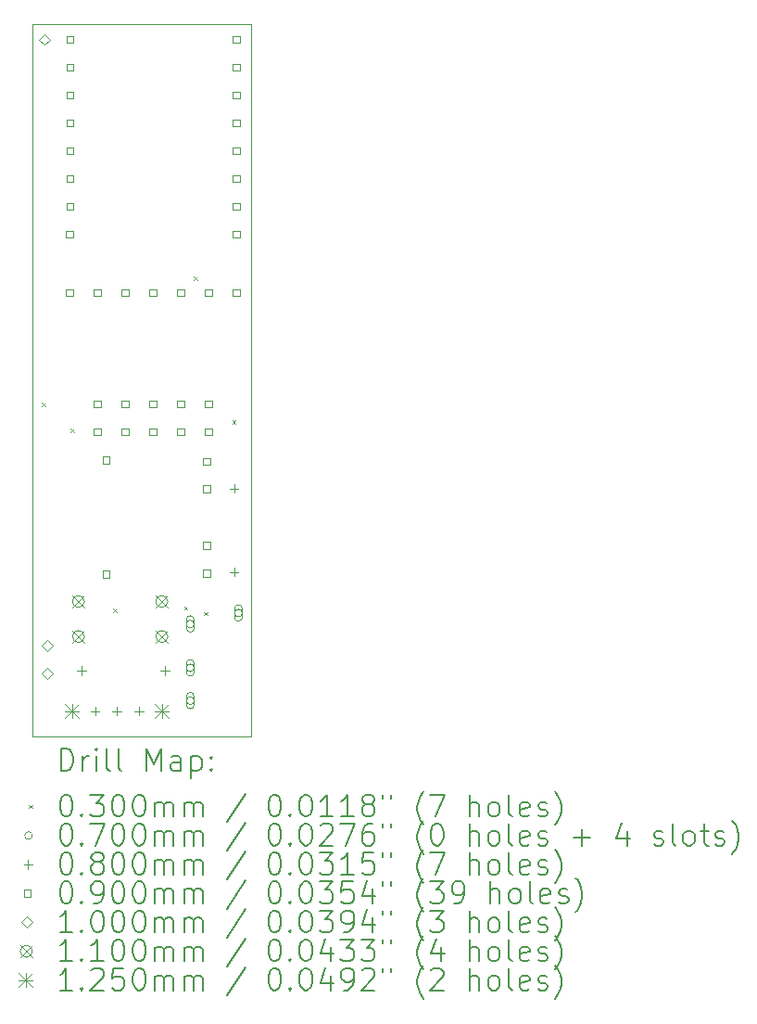
<source format=gbr>
%TF.GenerationSoftware,KiCad,Pcbnew,9.0.2*%
%TF.CreationDate,2025-07-09T03:39:21-04:00*%
%TF.ProjectId,FBT,4642542e-6b69-4636-9164-5f7063625858,rev?*%
%TF.SameCoordinates,Original*%
%TF.FileFunction,Drillmap*%
%TF.FilePolarity,Positive*%
%FSLAX45Y45*%
G04 Gerber Fmt 4.5, Leading zero omitted, Abs format (unit mm)*
G04 Created by KiCad (PCBNEW 9.0.2) date 2025-07-09 03:39:21*
%MOMM*%
%LPD*%
G01*
G04 APERTURE LIST*
%ADD10C,0.050000*%
%ADD11C,0.200000*%
%ADD12C,0.100000*%
%ADD13C,0.110000*%
%ADD14C,0.125000*%
G04 APERTURE END LIST*
D10*
X9150000Y-4710000D02*
X11150000Y-4710000D01*
X11150000Y-11210000D01*
X9150000Y-11210000D01*
X9150000Y-4710000D01*
D11*
D12*
X9235000Y-8165000D02*
X9265000Y-8195000D01*
X9265000Y-8165000D02*
X9235000Y-8195000D01*
X9495000Y-8405000D02*
X9525000Y-8435000D01*
X9525000Y-8405000D02*
X9495000Y-8435000D01*
X9885000Y-10045000D02*
X9915000Y-10075000D01*
X9915000Y-10045000D02*
X9885000Y-10075000D01*
X10535000Y-10025000D02*
X10565000Y-10055000D01*
X10565000Y-10025000D02*
X10535000Y-10055000D01*
X10625000Y-7015000D02*
X10655000Y-7045000D01*
X10655000Y-7015000D02*
X10625000Y-7045000D01*
X10715000Y-10075000D02*
X10745000Y-10105000D01*
X10745000Y-10075000D02*
X10715000Y-10105000D01*
X10975000Y-8325000D02*
X11005000Y-8355000D01*
X11005000Y-8325000D02*
X10975000Y-8355000D01*
X10625000Y-10185500D02*
G75*
G02*
X10555000Y-10185500I-35000J0D01*
G01*
X10555000Y-10185500D02*
G75*
G02*
X10625000Y-10185500I35000J0D01*
G01*
X10625000Y-10225500D02*
X10625000Y-10145500D01*
X10555000Y-10145500D02*
G75*
G02*
X10625000Y-10145500I35000J0D01*
G01*
X10555000Y-10145500D02*
X10555000Y-10225500D01*
X10555000Y-10225500D02*
G75*
G03*
X10625000Y-10225500I35000J0D01*
G01*
X10625000Y-10585500D02*
G75*
G02*
X10555000Y-10585500I-35000J0D01*
G01*
X10555000Y-10585500D02*
G75*
G02*
X10625000Y-10585500I35000J0D01*
G01*
X10625000Y-10625500D02*
X10625000Y-10545500D01*
X10555000Y-10545500D02*
G75*
G02*
X10625000Y-10545500I35000J0D01*
G01*
X10555000Y-10545500D02*
X10555000Y-10625500D01*
X10555000Y-10625500D02*
G75*
G03*
X10625000Y-10625500I35000J0D01*
G01*
X10625000Y-10885500D02*
G75*
G02*
X10555000Y-10885500I-35000J0D01*
G01*
X10555000Y-10885500D02*
G75*
G02*
X10625000Y-10885500I35000J0D01*
G01*
X10625000Y-10925500D02*
X10625000Y-10845500D01*
X10555000Y-10845500D02*
G75*
G02*
X10625000Y-10845500I35000J0D01*
G01*
X10555000Y-10845500D02*
X10555000Y-10925500D01*
X10555000Y-10925500D02*
G75*
G03*
X10625000Y-10925500I35000J0D01*
G01*
X11065000Y-10085500D02*
G75*
G02*
X10995000Y-10085500I-35000J0D01*
G01*
X10995000Y-10085500D02*
G75*
G02*
X11065000Y-10085500I35000J0D01*
G01*
X11065000Y-10125500D02*
X11065000Y-10045500D01*
X10995000Y-10045500D02*
G75*
G02*
X11065000Y-10045500I35000J0D01*
G01*
X10995000Y-10045500D02*
X10995000Y-10125500D01*
X10995000Y-10125500D02*
G75*
G03*
X11065000Y-10125500I35000J0D01*
G01*
X9598000Y-10570000D02*
X9598000Y-10650000D01*
X9558000Y-10610000D02*
X9638000Y-10610000D01*
X9720000Y-10940000D02*
X9720000Y-11020000D01*
X9680000Y-10980000D02*
X9760000Y-10980000D01*
X9920000Y-10940000D02*
X9920000Y-11020000D01*
X9880000Y-10980000D02*
X9960000Y-10980000D01*
X10120000Y-10940000D02*
X10120000Y-11020000D01*
X10080000Y-10980000D02*
X10160000Y-10980000D01*
X10360000Y-10570000D02*
X10360000Y-10650000D01*
X10320000Y-10610000D02*
X10400000Y-10610000D01*
X10990000Y-8909000D02*
X10990000Y-8989000D01*
X10950000Y-8949000D02*
X11030000Y-8949000D01*
X10990000Y-9671000D02*
X10990000Y-9751000D01*
X10950000Y-9711000D02*
X11030000Y-9711000D01*
X9519820Y-6660820D02*
X9519820Y-6597180D01*
X9456180Y-6597180D01*
X9456180Y-6660820D01*
X9519820Y-6660820D01*
X9519820Y-7193820D02*
X9519820Y-7130180D01*
X9456180Y-7130180D01*
X9456180Y-7193820D01*
X9519820Y-7193820D01*
X9523820Y-4882820D02*
X9523820Y-4819180D01*
X9460180Y-4819180D01*
X9460180Y-4882820D01*
X9523820Y-4882820D01*
X9523820Y-5136820D02*
X9523820Y-5073180D01*
X9460180Y-5073180D01*
X9460180Y-5136820D01*
X9523820Y-5136820D01*
X9523820Y-5390820D02*
X9523820Y-5327180D01*
X9460180Y-5327180D01*
X9460180Y-5390820D01*
X9523820Y-5390820D01*
X9523820Y-5644820D02*
X9523820Y-5581180D01*
X9460180Y-5581180D01*
X9460180Y-5644820D01*
X9523820Y-5644820D01*
X9523820Y-5898820D02*
X9523820Y-5835180D01*
X9460180Y-5835180D01*
X9460180Y-5898820D01*
X9523820Y-5898820D01*
X9523820Y-6152820D02*
X9523820Y-6089180D01*
X9460180Y-6089180D01*
X9460180Y-6152820D01*
X9523820Y-6152820D01*
X9523820Y-6406820D02*
X9523820Y-6343180D01*
X9460180Y-6343180D01*
X9460180Y-6406820D01*
X9523820Y-6406820D01*
X9773820Y-7193820D02*
X9773820Y-7130180D01*
X9710180Y-7130180D01*
X9710180Y-7193820D01*
X9773820Y-7193820D01*
X9773820Y-8209820D02*
X9773820Y-8146180D01*
X9710180Y-8146180D01*
X9710180Y-8209820D01*
X9773820Y-8209820D01*
X9773820Y-8461820D02*
X9773820Y-8398180D01*
X9710180Y-8398180D01*
X9710180Y-8461820D01*
X9773820Y-8461820D01*
X9851820Y-8721820D02*
X9851820Y-8658180D01*
X9788180Y-8658180D01*
X9788180Y-8721820D01*
X9851820Y-8721820D01*
X9851820Y-9761820D02*
X9851820Y-9698180D01*
X9788180Y-9698180D01*
X9788180Y-9761820D01*
X9851820Y-9761820D01*
X10027820Y-7193820D02*
X10027820Y-7130180D01*
X9964180Y-7130180D01*
X9964180Y-7193820D01*
X10027820Y-7193820D01*
X10027820Y-8209820D02*
X10027820Y-8146180D01*
X9964180Y-8146180D01*
X9964180Y-8209820D01*
X10027820Y-8209820D01*
X10027820Y-8461820D02*
X10027820Y-8398180D01*
X9964180Y-8398180D01*
X9964180Y-8461820D01*
X10027820Y-8461820D01*
X10281820Y-7193820D02*
X10281820Y-7130180D01*
X10218180Y-7130180D01*
X10218180Y-7193820D01*
X10281820Y-7193820D01*
X10281820Y-8209820D02*
X10281820Y-8146180D01*
X10218180Y-8146180D01*
X10218180Y-8209820D01*
X10281820Y-8209820D01*
X10281820Y-8461820D02*
X10281820Y-8398180D01*
X10218180Y-8398180D01*
X10218180Y-8461820D01*
X10281820Y-8461820D01*
X10535820Y-7193820D02*
X10535820Y-7130180D01*
X10472180Y-7130180D01*
X10472180Y-7193820D01*
X10535820Y-7193820D01*
X10535820Y-8209820D02*
X10535820Y-8146180D01*
X10472180Y-8146180D01*
X10472180Y-8209820D01*
X10535820Y-8209820D01*
X10535820Y-8461820D02*
X10535820Y-8398180D01*
X10472180Y-8398180D01*
X10472180Y-8461820D01*
X10535820Y-8461820D01*
X10771820Y-8731820D02*
X10771820Y-8668180D01*
X10708180Y-8668180D01*
X10708180Y-8731820D01*
X10771820Y-8731820D01*
X10771820Y-8981820D02*
X10771820Y-8918180D01*
X10708180Y-8918180D01*
X10708180Y-8981820D01*
X10771820Y-8981820D01*
X10771820Y-9501820D02*
X10771820Y-9438180D01*
X10708180Y-9438180D01*
X10708180Y-9501820D01*
X10771820Y-9501820D01*
X10771820Y-9751820D02*
X10771820Y-9688180D01*
X10708180Y-9688180D01*
X10708180Y-9751820D01*
X10771820Y-9751820D01*
X10789820Y-7193820D02*
X10789820Y-7130180D01*
X10726180Y-7130180D01*
X10726180Y-7193820D01*
X10789820Y-7193820D01*
X10789820Y-8209820D02*
X10789820Y-8146180D01*
X10726180Y-8146180D01*
X10726180Y-8209820D01*
X10789820Y-8209820D01*
X10789820Y-8461820D02*
X10789820Y-8398180D01*
X10726180Y-8398180D01*
X10726180Y-8461820D01*
X10789820Y-8461820D01*
X11043820Y-4882820D02*
X11043820Y-4819180D01*
X10980180Y-4819180D01*
X10980180Y-4882820D01*
X11043820Y-4882820D01*
X11043820Y-5136820D02*
X11043820Y-5073180D01*
X10980180Y-5073180D01*
X10980180Y-5136820D01*
X11043820Y-5136820D01*
X11043820Y-5390820D02*
X11043820Y-5327180D01*
X10980180Y-5327180D01*
X10980180Y-5390820D01*
X11043820Y-5390820D01*
X11043820Y-5644820D02*
X11043820Y-5581180D01*
X10980180Y-5581180D01*
X10980180Y-5644820D01*
X11043820Y-5644820D01*
X11043820Y-5898820D02*
X11043820Y-5835180D01*
X10980180Y-5835180D01*
X10980180Y-5898820D01*
X11043820Y-5898820D01*
X11043820Y-6152820D02*
X11043820Y-6089180D01*
X10980180Y-6089180D01*
X10980180Y-6152820D01*
X11043820Y-6152820D01*
X11043820Y-6406820D02*
X11043820Y-6343180D01*
X10980180Y-6343180D01*
X10980180Y-6406820D01*
X11043820Y-6406820D01*
X11043820Y-6660820D02*
X11043820Y-6597180D01*
X10980180Y-6597180D01*
X10980180Y-6660820D01*
X11043820Y-6660820D01*
X11043820Y-7193820D02*
X11043820Y-7130180D01*
X10980180Y-7130180D01*
X10980180Y-7193820D01*
X11043820Y-7193820D01*
X9260000Y-4900000D02*
X9310000Y-4850000D01*
X9260000Y-4800000D01*
X9210000Y-4850000D01*
X9260000Y-4900000D01*
X9280000Y-10433500D02*
X9330000Y-10383500D01*
X9280000Y-10333500D01*
X9230000Y-10383500D01*
X9280000Y-10433500D01*
X9280000Y-10687500D02*
X9330000Y-10637500D01*
X9280000Y-10587500D01*
X9230000Y-10637500D01*
X9280000Y-10687500D01*
D13*
X9513000Y-9925000D02*
X9623000Y-10035000D01*
X9623000Y-9925000D02*
X9513000Y-10035000D01*
X9623000Y-9980000D02*
G75*
G02*
X9513000Y-9980000I-55000J0D01*
G01*
X9513000Y-9980000D02*
G75*
G02*
X9623000Y-9980000I55000J0D01*
G01*
X9513000Y-10245000D02*
X9623000Y-10355000D01*
X9623000Y-10245000D02*
X9513000Y-10355000D01*
X9623000Y-10300000D02*
G75*
G02*
X9513000Y-10300000I-55000J0D01*
G01*
X9513000Y-10300000D02*
G75*
G02*
X9623000Y-10300000I55000J0D01*
G01*
X10275000Y-9925000D02*
X10385000Y-10035000D01*
X10385000Y-9925000D02*
X10275000Y-10035000D01*
X10385000Y-9980000D02*
G75*
G02*
X10275000Y-9980000I-55000J0D01*
G01*
X10275000Y-9980000D02*
G75*
G02*
X10385000Y-9980000I55000J0D01*
G01*
X10275000Y-10245000D02*
X10385000Y-10355000D01*
X10385000Y-10245000D02*
X10275000Y-10355000D01*
X10385000Y-10300000D02*
G75*
G02*
X10275000Y-10300000I-55000J0D01*
G01*
X10275000Y-10300000D02*
G75*
G02*
X10385000Y-10300000I55000J0D01*
G01*
D14*
X9447500Y-10917500D02*
X9572500Y-11042500D01*
X9572500Y-10917500D02*
X9447500Y-11042500D01*
X9510000Y-10917500D02*
X9510000Y-11042500D01*
X9447500Y-10980000D02*
X9572500Y-10980000D01*
X10267500Y-10917500D02*
X10392500Y-11042500D01*
X10392500Y-10917500D02*
X10267500Y-11042500D01*
X10330000Y-10917500D02*
X10330000Y-11042500D01*
X10267500Y-10980000D02*
X10392500Y-10980000D01*
D11*
X9408277Y-11523984D02*
X9408277Y-11323984D01*
X9408277Y-11323984D02*
X9455896Y-11323984D01*
X9455896Y-11323984D02*
X9484467Y-11333508D01*
X9484467Y-11333508D02*
X9503515Y-11352555D01*
X9503515Y-11352555D02*
X9513039Y-11371603D01*
X9513039Y-11371603D02*
X9522563Y-11409698D01*
X9522563Y-11409698D02*
X9522563Y-11438269D01*
X9522563Y-11438269D02*
X9513039Y-11476365D01*
X9513039Y-11476365D02*
X9503515Y-11495412D01*
X9503515Y-11495412D02*
X9484467Y-11514460D01*
X9484467Y-11514460D02*
X9455896Y-11523984D01*
X9455896Y-11523984D02*
X9408277Y-11523984D01*
X9608277Y-11523984D02*
X9608277Y-11390650D01*
X9608277Y-11428746D02*
X9617801Y-11409698D01*
X9617801Y-11409698D02*
X9627324Y-11400174D01*
X9627324Y-11400174D02*
X9646372Y-11390650D01*
X9646372Y-11390650D02*
X9665420Y-11390650D01*
X9732086Y-11523984D02*
X9732086Y-11390650D01*
X9732086Y-11323984D02*
X9722563Y-11333508D01*
X9722563Y-11333508D02*
X9732086Y-11343031D01*
X9732086Y-11343031D02*
X9741610Y-11333508D01*
X9741610Y-11333508D02*
X9732086Y-11323984D01*
X9732086Y-11323984D02*
X9732086Y-11343031D01*
X9855896Y-11523984D02*
X9836848Y-11514460D01*
X9836848Y-11514460D02*
X9827324Y-11495412D01*
X9827324Y-11495412D02*
X9827324Y-11323984D01*
X9960658Y-11523984D02*
X9941610Y-11514460D01*
X9941610Y-11514460D02*
X9932086Y-11495412D01*
X9932086Y-11495412D02*
X9932086Y-11323984D01*
X10189229Y-11523984D02*
X10189229Y-11323984D01*
X10189229Y-11323984D02*
X10255896Y-11466841D01*
X10255896Y-11466841D02*
X10322563Y-11323984D01*
X10322563Y-11323984D02*
X10322563Y-11523984D01*
X10503515Y-11523984D02*
X10503515Y-11419222D01*
X10503515Y-11419222D02*
X10493991Y-11400174D01*
X10493991Y-11400174D02*
X10474944Y-11390650D01*
X10474944Y-11390650D02*
X10436848Y-11390650D01*
X10436848Y-11390650D02*
X10417801Y-11400174D01*
X10503515Y-11514460D02*
X10484467Y-11523984D01*
X10484467Y-11523984D02*
X10436848Y-11523984D01*
X10436848Y-11523984D02*
X10417801Y-11514460D01*
X10417801Y-11514460D02*
X10408277Y-11495412D01*
X10408277Y-11495412D02*
X10408277Y-11476365D01*
X10408277Y-11476365D02*
X10417801Y-11457317D01*
X10417801Y-11457317D02*
X10436848Y-11447793D01*
X10436848Y-11447793D02*
X10484467Y-11447793D01*
X10484467Y-11447793D02*
X10503515Y-11438269D01*
X10598753Y-11390650D02*
X10598753Y-11590650D01*
X10598753Y-11400174D02*
X10617801Y-11390650D01*
X10617801Y-11390650D02*
X10655896Y-11390650D01*
X10655896Y-11390650D02*
X10674944Y-11400174D01*
X10674944Y-11400174D02*
X10684467Y-11409698D01*
X10684467Y-11409698D02*
X10693991Y-11428746D01*
X10693991Y-11428746D02*
X10693991Y-11485888D01*
X10693991Y-11485888D02*
X10684467Y-11504936D01*
X10684467Y-11504936D02*
X10674944Y-11514460D01*
X10674944Y-11514460D02*
X10655896Y-11523984D01*
X10655896Y-11523984D02*
X10617801Y-11523984D01*
X10617801Y-11523984D02*
X10598753Y-11514460D01*
X10779705Y-11504936D02*
X10789229Y-11514460D01*
X10789229Y-11514460D02*
X10779705Y-11523984D01*
X10779705Y-11523984D02*
X10770182Y-11514460D01*
X10770182Y-11514460D02*
X10779705Y-11504936D01*
X10779705Y-11504936D02*
X10779705Y-11523984D01*
X10779705Y-11400174D02*
X10789229Y-11409698D01*
X10789229Y-11409698D02*
X10779705Y-11419222D01*
X10779705Y-11419222D02*
X10770182Y-11409698D01*
X10770182Y-11409698D02*
X10779705Y-11400174D01*
X10779705Y-11400174D02*
X10779705Y-11419222D01*
D12*
X9117500Y-11837500D02*
X9147500Y-11867500D01*
X9147500Y-11837500D02*
X9117500Y-11867500D01*
D11*
X9446372Y-11743984D02*
X9465420Y-11743984D01*
X9465420Y-11743984D02*
X9484467Y-11753508D01*
X9484467Y-11753508D02*
X9493991Y-11763031D01*
X9493991Y-11763031D02*
X9503515Y-11782079D01*
X9503515Y-11782079D02*
X9513039Y-11820174D01*
X9513039Y-11820174D02*
X9513039Y-11867793D01*
X9513039Y-11867793D02*
X9503515Y-11905888D01*
X9503515Y-11905888D02*
X9493991Y-11924936D01*
X9493991Y-11924936D02*
X9484467Y-11934460D01*
X9484467Y-11934460D02*
X9465420Y-11943984D01*
X9465420Y-11943984D02*
X9446372Y-11943984D01*
X9446372Y-11943984D02*
X9427324Y-11934460D01*
X9427324Y-11934460D02*
X9417801Y-11924936D01*
X9417801Y-11924936D02*
X9408277Y-11905888D01*
X9408277Y-11905888D02*
X9398753Y-11867793D01*
X9398753Y-11867793D02*
X9398753Y-11820174D01*
X9398753Y-11820174D02*
X9408277Y-11782079D01*
X9408277Y-11782079D02*
X9417801Y-11763031D01*
X9417801Y-11763031D02*
X9427324Y-11753508D01*
X9427324Y-11753508D02*
X9446372Y-11743984D01*
X9598753Y-11924936D02*
X9608277Y-11934460D01*
X9608277Y-11934460D02*
X9598753Y-11943984D01*
X9598753Y-11943984D02*
X9589229Y-11934460D01*
X9589229Y-11934460D02*
X9598753Y-11924936D01*
X9598753Y-11924936D02*
X9598753Y-11943984D01*
X9674944Y-11743984D02*
X9798753Y-11743984D01*
X9798753Y-11743984D02*
X9732086Y-11820174D01*
X9732086Y-11820174D02*
X9760658Y-11820174D01*
X9760658Y-11820174D02*
X9779705Y-11829698D01*
X9779705Y-11829698D02*
X9789229Y-11839222D01*
X9789229Y-11839222D02*
X9798753Y-11858269D01*
X9798753Y-11858269D02*
X9798753Y-11905888D01*
X9798753Y-11905888D02*
X9789229Y-11924936D01*
X9789229Y-11924936D02*
X9779705Y-11934460D01*
X9779705Y-11934460D02*
X9760658Y-11943984D01*
X9760658Y-11943984D02*
X9703515Y-11943984D01*
X9703515Y-11943984D02*
X9684467Y-11934460D01*
X9684467Y-11934460D02*
X9674944Y-11924936D01*
X9922563Y-11743984D02*
X9941610Y-11743984D01*
X9941610Y-11743984D02*
X9960658Y-11753508D01*
X9960658Y-11753508D02*
X9970182Y-11763031D01*
X9970182Y-11763031D02*
X9979705Y-11782079D01*
X9979705Y-11782079D02*
X9989229Y-11820174D01*
X9989229Y-11820174D02*
X9989229Y-11867793D01*
X9989229Y-11867793D02*
X9979705Y-11905888D01*
X9979705Y-11905888D02*
X9970182Y-11924936D01*
X9970182Y-11924936D02*
X9960658Y-11934460D01*
X9960658Y-11934460D02*
X9941610Y-11943984D01*
X9941610Y-11943984D02*
X9922563Y-11943984D01*
X9922563Y-11943984D02*
X9903515Y-11934460D01*
X9903515Y-11934460D02*
X9893991Y-11924936D01*
X9893991Y-11924936D02*
X9884467Y-11905888D01*
X9884467Y-11905888D02*
X9874944Y-11867793D01*
X9874944Y-11867793D02*
X9874944Y-11820174D01*
X9874944Y-11820174D02*
X9884467Y-11782079D01*
X9884467Y-11782079D02*
X9893991Y-11763031D01*
X9893991Y-11763031D02*
X9903515Y-11753508D01*
X9903515Y-11753508D02*
X9922563Y-11743984D01*
X10113039Y-11743984D02*
X10132086Y-11743984D01*
X10132086Y-11743984D02*
X10151134Y-11753508D01*
X10151134Y-11753508D02*
X10160658Y-11763031D01*
X10160658Y-11763031D02*
X10170182Y-11782079D01*
X10170182Y-11782079D02*
X10179705Y-11820174D01*
X10179705Y-11820174D02*
X10179705Y-11867793D01*
X10179705Y-11867793D02*
X10170182Y-11905888D01*
X10170182Y-11905888D02*
X10160658Y-11924936D01*
X10160658Y-11924936D02*
X10151134Y-11934460D01*
X10151134Y-11934460D02*
X10132086Y-11943984D01*
X10132086Y-11943984D02*
X10113039Y-11943984D01*
X10113039Y-11943984D02*
X10093991Y-11934460D01*
X10093991Y-11934460D02*
X10084467Y-11924936D01*
X10084467Y-11924936D02*
X10074944Y-11905888D01*
X10074944Y-11905888D02*
X10065420Y-11867793D01*
X10065420Y-11867793D02*
X10065420Y-11820174D01*
X10065420Y-11820174D02*
X10074944Y-11782079D01*
X10074944Y-11782079D02*
X10084467Y-11763031D01*
X10084467Y-11763031D02*
X10093991Y-11753508D01*
X10093991Y-11753508D02*
X10113039Y-11743984D01*
X10265420Y-11943984D02*
X10265420Y-11810650D01*
X10265420Y-11829698D02*
X10274944Y-11820174D01*
X10274944Y-11820174D02*
X10293991Y-11810650D01*
X10293991Y-11810650D02*
X10322563Y-11810650D01*
X10322563Y-11810650D02*
X10341610Y-11820174D01*
X10341610Y-11820174D02*
X10351134Y-11839222D01*
X10351134Y-11839222D02*
X10351134Y-11943984D01*
X10351134Y-11839222D02*
X10360658Y-11820174D01*
X10360658Y-11820174D02*
X10379705Y-11810650D01*
X10379705Y-11810650D02*
X10408277Y-11810650D01*
X10408277Y-11810650D02*
X10427325Y-11820174D01*
X10427325Y-11820174D02*
X10436848Y-11839222D01*
X10436848Y-11839222D02*
X10436848Y-11943984D01*
X10532086Y-11943984D02*
X10532086Y-11810650D01*
X10532086Y-11829698D02*
X10541610Y-11820174D01*
X10541610Y-11820174D02*
X10560658Y-11810650D01*
X10560658Y-11810650D02*
X10589229Y-11810650D01*
X10589229Y-11810650D02*
X10608277Y-11820174D01*
X10608277Y-11820174D02*
X10617801Y-11839222D01*
X10617801Y-11839222D02*
X10617801Y-11943984D01*
X10617801Y-11839222D02*
X10627325Y-11820174D01*
X10627325Y-11820174D02*
X10646372Y-11810650D01*
X10646372Y-11810650D02*
X10674944Y-11810650D01*
X10674944Y-11810650D02*
X10693991Y-11820174D01*
X10693991Y-11820174D02*
X10703515Y-11839222D01*
X10703515Y-11839222D02*
X10703515Y-11943984D01*
X11093991Y-11734460D02*
X10922563Y-11991603D01*
X11351134Y-11743984D02*
X11370182Y-11743984D01*
X11370182Y-11743984D02*
X11389229Y-11753508D01*
X11389229Y-11753508D02*
X11398753Y-11763031D01*
X11398753Y-11763031D02*
X11408277Y-11782079D01*
X11408277Y-11782079D02*
X11417801Y-11820174D01*
X11417801Y-11820174D02*
X11417801Y-11867793D01*
X11417801Y-11867793D02*
X11408277Y-11905888D01*
X11408277Y-11905888D02*
X11398753Y-11924936D01*
X11398753Y-11924936D02*
X11389229Y-11934460D01*
X11389229Y-11934460D02*
X11370182Y-11943984D01*
X11370182Y-11943984D02*
X11351134Y-11943984D01*
X11351134Y-11943984D02*
X11332086Y-11934460D01*
X11332086Y-11934460D02*
X11322563Y-11924936D01*
X11322563Y-11924936D02*
X11313039Y-11905888D01*
X11313039Y-11905888D02*
X11303515Y-11867793D01*
X11303515Y-11867793D02*
X11303515Y-11820174D01*
X11303515Y-11820174D02*
X11313039Y-11782079D01*
X11313039Y-11782079D02*
X11322563Y-11763031D01*
X11322563Y-11763031D02*
X11332086Y-11753508D01*
X11332086Y-11753508D02*
X11351134Y-11743984D01*
X11503515Y-11924936D02*
X11513039Y-11934460D01*
X11513039Y-11934460D02*
X11503515Y-11943984D01*
X11503515Y-11943984D02*
X11493991Y-11934460D01*
X11493991Y-11934460D02*
X11503515Y-11924936D01*
X11503515Y-11924936D02*
X11503515Y-11943984D01*
X11636848Y-11743984D02*
X11655896Y-11743984D01*
X11655896Y-11743984D02*
X11674944Y-11753508D01*
X11674944Y-11753508D02*
X11684467Y-11763031D01*
X11684467Y-11763031D02*
X11693991Y-11782079D01*
X11693991Y-11782079D02*
X11703515Y-11820174D01*
X11703515Y-11820174D02*
X11703515Y-11867793D01*
X11703515Y-11867793D02*
X11693991Y-11905888D01*
X11693991Y-11905888D02*
X11684467Y-11924936D01*
X11684467Y-11924936D02*
X11674944Y-11934460D01*
X11674944Y-11934460D02*
X11655896Y-11943984D01*
X11655896Y-11943984D02*
X11636848Y-11943984D01*
X11636848Y-11943984D02*
X11617801Y-11934460D01*
X11617801Y-11934460D02*
X11608277Y-11924936D01*
X11608277Y-11924936D02*
X11598753Y-11905888D01*
X11598753Y-11905888D02*
X11589229Y-11867793D01*
X11589229Y-11867793D02*
X11589229Y-11820174D01*
X11589229Y-11820174D02*
X11598753Y-11782079D01*
X11598753Y-11782079D02*
X11608277Y-11763031D01*
X11608277Y-11763031D02*
X11617801Y-11753508D01*
X11617801Y-11753508D02*
X11636848Y-11743984D01*
X11893991Y-11943984D02*
X11779706Y-11943984D01*
X11836848Y-11943984D02*
X11836848Y-11743984D01*
X11836848Y-11743984D02*
X11817801Y-11772555D01*
X11817801Y-11772555D02*
X11798753Y-11791603D01*
X11798753Y-11791603D02*
X11779706Y-11801127D01*
X12084467Y-11943984D02*
X11970182Y-11943984D01*
X12027325Y-11943984D02*
X12027325Y-11743984D01*
X12027325Y-11743984D02*
X12008277Y-11772555D01*
X12008277Y-11772555D02*
X11989229Y-11791603D01*
X11989229Y-11791603D02*
X11970182Y-11801127D01*
X12198753Y-11829698D02*
X12179706Y-11820174D01*
X12179706Y-11820174D02*
X12170182Y-11810650D01*
X12170182Y-11810650D02*
X12160658Y-11791603D01*
X12160658Y-11791603D02*
X12160658Y-11782079D01*
X12160658Y-11782079D02*
X12170182Y-11763031D01*
X12170182Y-11763031D02*
X12179706Y-11753508D01*
X12179706Y-11753508D02*
X12198753Y-11743984D01*
X12198753Y-11743984D02*
X12236848Y-11743984D01*
X12236848Y-11743984D02*
X12255896Y-11753508D01*
X12255896Y-11753508D02*
X12265420Y-11763031D01*
X12265420Y-11763031D02*
X12274944Y-11782079D01*
X12274944Y-11782079D02*
X12274944Y-11791603D01*
X12274944Y-11791603D02*
X12265420Y-11810650D01*
X12265420Y-11810650D02*
X12255896Y-11820174D01*
X12255896Y-11820174D02*
X12236848Y-11829698D01*
X12236848Y-11829698D02*
X12198753Y-11829698D01*
X12198753Y-11829698D02*
X12179706Y-11839222D01*
X12179706Y-11839222D02*
X12170182Y-11848746D01*
X12170182Y-11848746D02*
X12160658Y-11867793D01*
X12160658Y-11867793D02*
X12160658Y-11905888D01*
X12160658Y-11905888D02*
X12170182Y-11924936D01*
X12170182Y-11924936D02*
X12179706Y-11934460D01*
X12179706Y-11934460D02*
X12198753Y-11943984D01*
X12198753Y-11943984D02*
X12236848Y-11943984D01*
X12236848Y-11943984D02*
X12255896Y-11934460D01*
X12255896Y-11934460D02*
X12265420Y-11924936D01*
X12265420Y-11924936D02*
X12274944Y-11905888D01*
X12274944Y-11905888D02*
X12274944Y-11867793D01*
X12274944Y-11867793D02*
X12265420Y-11848746D01*
X12265420Y-11848746D02*
X12255896Y-11839222D01*
X12255896Y-11839222D02*
X12236848Y-11829698D01*
X12351134Y-11743984D02*
X12351134Y-11782079D01*
X12427325Y-11743984D02*
X12427325Y-11782079D01*
X12722563Y-12020174D02*
X12713039Y-12010650D01*
X12713039Y-12010650D02*
X12693991Y-11982079D01*
X12693991Y-11982079D02*
X12684468Y-11963031D01*
X12684468Y-11963031D02*
X12674944Y-11934460D01*
X12674944Y-11934460D02*
X12665420Y-11886841D01*
X12665420Y-11886841D02*
X12665420Y-11848746D01*
X12665420Y-11848746D02*
X12674944Y-11801127D01*
X12674944Y-11801127D02*
X12684468Y-11772555D01*
X12684468Y-11772555D02*
X12693991Y-11753508D01*
X12693991Y-11753508D02*
X12713039Y-11724936D01*
X12713039Y-11724936D02*
X12722563Y-11715412D01*
X12779706Y-11743984D02*
X12913039Y-11743984D01*
X12913039Y-11743984D02*
X12827325Y-11943984D01*
X13141610Y-11943984D02*
X13141610Y-11743984D01*
X13227325Y-11943984D02*
X13227325Y-11839222D01*
X13227325Y-11839222D02*
X13217801Y-11820174D01*
X13217801Y-11820174D02*
X13198753Y-11810650D01*
X13198753Y-11810650D02*
X13170182Y-11810650D01*
X13170182Y-11810650D02*
X13151134Y-11820174D01*
X13151134Y-11820174D02*
X13141610Y-11829698D01*
X13351134Y-11943984D02*
X13332087Y-11934460D01*
X13332087Y-11934460D02*
X13322563Y-11924936D01*
X13322563Y-11924936D02*
X13313039Y-11905888D01*
X13313039Y-11905888D02*
X13313039Y-11848746D01*
X13313039Y-11848746D02*
X13322563Y-11829698D01*
X13322563Y-11829698D02*
X13332087Y-11820174D01*
X13332087Y-11820174D02*
X13351134Y-11810650D01*
X13351134Y-11810650D02*
X13379706Y-11810650D01*
X13379706Y-11810650D02*
X13398753Y-11820174D01*
X13398753Y-11820174D02*
X13408277Y-11829698D01*
X13408277Y-11829698D02*
X13417801Y-11848746D01*
X13417801Y-11848746D02*
X13417801Y-11905888D01*
X13417801Y-11905888D02*
X13408277Y-11924936D01*
X13408277Y-11924936D02*
X13398753Y-11934460D01*
X13398753Y-11934460D02*
X13379706Y-11943984D01*
X13379706Y-11943984D02*
X13351134Y-11943984D01*
X13532087Y-11943984D02*
X13513039Y-11934460D01*
X13513039Y-11934460D02*
X13503515Y-11915412D01*
X13503515Y-11915412D02*
X13503515Y-11743984D01*
X13684468Y-11934460D02*
X13665420Y-11943984D01*
X13665420Y-11943984D02*
X13627325Y-11943984D01*
X13627325Y-11943984D02*
X13608277Y-11934460D01*
X13608277Y-11934460D02*
X13598753Y-11915412D01*
X13598753Y-11915412D02*
X13598753Y-11839222D01*
X13598753Y-11839222D02*
X13608277Y-11820174D01*
X13608277Y-11820174D02*
X13627325Y-11810650D01*
X13627325Y-11810650D02*
X13665420Y-11810650D01*
X13665420Y-11810650D02*
X13684468Y-11820174D01*
X13684468Y-11820174D02*
X13693991Y-11839222D01*
X13693991Y-11839222D02*
X13693991Y-11858269D01*
X13693991Y-11858269D02*
X13598753Y-11877317D01*
X13770182Y-11934460D02*
X13789230Y-11943984D01*
X13789230Y-11943984D02*
X13827325Y-11943984D01*
X13827325Y-11943984D02*
X13846372Y-11934460D01*
X13846372Y-11934460D02*
X13855896Y-11915412D01*
X13855896Y-11915412D02*
X13855896Y-11905888D01*
X13855896Y-11905888D02*
X13846372Y-11886841D01*
X13846372Y-11886841D02*
X13827325Y-11877317D01*
X13827325Y-11877317D02*
X13798753Y-11877317D01*
X13798753Y-11877317D02*
X13779706Y-11867793D01*
X13779706Y-11867793D02*
X13770182Y-11848746D01*
X13770182Y-11848746D02*
X13770182Y-11839222D01*
X13770182Y-11839222D02*
X13779706Y-11820174D01*
X13779706Y-11820174D02*
X13798753Y-11810650D01*
X13798753Y-11810650D02*
X13827325Y-11810650D01*
X13827325Y-11810650D02*
X13846372Y-11820174D01*
X13922563Y-12020174D02*
X13932087Y-12010650D01*
X13932087Y-12010650D02*
X13951134Y-11982079D01*
X13951134Y-11982079D02*
X13960658Y-11963031D01*
X13960658Y-11963031D02*
X13970182Y-11934460D01*
X13970182Y-11934460D02*
X13979706Y-11886841D01*
X13979706Y-11886841D02*
X13979706Y-11848746D01*
X13979706Y-11848746D02*
X13970182Y-11801127D01*
X13970182Y-11801127D02*
X13960658Y-11772555D01*
X13960658Y-11772555D02*
X13951134Y-11753508D01*
X13951134Y-11753508D02*
X13932087Y-11724936D01*
X13932087Y-11724936D02*
X13922563Y-11715412D01*
D12*
X9147500Y-12116500D02*
G75*
G02*
X9077500Y-12116500I-35000J0D01*
G01*
X9077500Y-12116500D02*
G75*
G02*
X9147500Y-12116500I35000J0D01*
G01*
D11*
X9446372Y-12007984D02*
X9465420Y-12007984D01*
X9465420Y-12007984D02*
X9484467Y-12017508D01*
X9484467Y-12017508D02*
X9493991Y-12027031D01*
X9493991Y-12027031D02*
X9503515Y-12046079D01*
X9503515Y-12046079D02*
X9513039Y-12084174D01*
X9513039Y-12084174D02*
X9513039Y-12131793D01*
X9513039Y-12131793D02*
X9503515Y-12169888D01*
X9503515Y-12169888D02*
X9493991Y-12188936D01*
X9493991Y-12188936D02*
X9484467Y-12198460D01*
X9484467Y-12198460D02*
X9465420Y-12207984D01*
X9465420Y-12207984D02*
X9446372Y-12207984D01*
X9446372Y-12207984D02*
X9427324Y-12198460D01*
X9427324Y-12198460D02*
X9417801Y-12188936D01*
X9417801Y-12188936D02*
X9408277Y-12169888D01*
X9408277Y-12169888D02*
X9398753Y-12131793D01*
X9398753Y-12131793D02*
X9398753Y-12084174D01*
X9398753Y-12084174D02*
X9408277Y-12046079D01*
X9408277Y-12046079D02*
X9417801Y-12027031D01*
X9417801Y-12027031D02*
X9427324Y-12017508D01*
X9427324Y-12017508D02*
X9446372Y-12007984D01*
X9598753Y-12188936D02*
X9608277Y-12198460D01*
X9608277Y-12198460D02*
X9598753Y-12207984D01*
X9598753Y-12207984D02*
X9589229Y-12198460D01*
X9589229Y-12198460D02*
X9598753Y-12188936D01*
X9598753Y-12188936D02*
X9598753Y-12207984D01*
X9674944Y-12007984D02*
X9808277Y-12007984D01*
X9808277Y-12007984D02*
X9722563Y-12207984D01*
X9922563Y-12007984D02*
X9941610Y-12007984D01*
X9941610Y-12007984D02*
X9960658Y-12017508D01*
X9960658Y-12017508D02*
X9970182Y-12027031D01*
X9970182Y-12027031D02*
X9979705Y-12046079D01*
X9979705Y-12046079D02*
X9989229Y-12084174D01*
X9989229Y-12084174D02*
X9989229Y-12131793D01*
X9989229Y-12131793D02*
X9979705Y-12169888D01*
X9979705Y-12169888D02*
X9970182Y-12188936D01*
X9970182Y-12188936D02*
X9960658Y-12198460D01*
X9960658Y-12198460D02*
X9941610Y-12207984D01*
X9941610Y-12207984D02*
X9922563Y-12207984D01*
X9922563Y-12207984D02*
X9903515Y-12198460D01*
X9903515Y-12198460D02*
X9893991Y-12188936D01*
X9893991Y-12188936D02*
X9884467Y-12169888D01*
X9884467Y-12169888D02*
X9874944Y-12131793D01*
X9874944Y-12131793D02*
X9874944Y-12084174D01*
X9874944Y-12084174D02*
X9884467Y-12046079D01*
X9884467Y-12046079D02*
X9893991Y-12027031D01*
X9893991Y-12027031D02*
X9903515Y-12017508D01*
X9903515Y-12017508D02*
X9922563Y-12007984D01*
X10113039Y-12007984D02*
X10132086Y-12007984D01*
X10132086Y-12007984D02*
X10151134Y-12017508D01*
X10151134Y-12017508D02*
X10160658Y-12027031D01*
X10160658Y-12027031D02*
X10170182Y-12046079D01*
X10170182Y-12046079D02*
X10179705Y-12084174D01*
X10179705Y-12084174D02*
X10179705Y-12131793D01*
X10179705Y-12131793D02*
X10170182Y-12169888D01*
X10170182Y-12169888D02*
X10160658Y-12188936D01*
X10160658Y-12188936D02*
X10151134Y-12198460D01*
X10151134Y-12198460D02*
X10132086Y-12207984D01*
X10132086Y-12207984D02*
X10113039Y-12207984D01*
X10113039Y-12207984D02*
X10093991Y-12198460D01*
X10093991Y-12198460D02*
X10084467Y-12188936D01*
X10084467Y-12188936D02*
X10074944Y-12169888D01*
X10074944Y-12169888D02*
X10065420Y-12131793D01*
X10065420Y-12131793D02*
X10065420Y-12084174D01*
X10065420Y-12084174D02*
X10074944Y-12046079D01*
X10074944Y-12046079D02*
X10084467Y-12027031D01*
X10084467Y-12027031D02*
X10093991Y-12017508D01*
X10093991Y-12017508D02*
X10113039Y-12007984D01*
X10265420Y-12207984D02*
X10265420Y-12074650D01*
X10265420Y-12093698D02*
X10274944Y-12084174D01*
X10274944Y-12084174D02*
X10293991Y-12074650D01*
X10293991Y-12074650D02*
X10322563Y-12074650D01*
X10322563Y-12074650D02*
X10341610Y-12084174D01*
X10341610Y-12084174D02*
X10351134Y-12103222D01*
X10351134Y-12103222D02*
X10351134Y-12207984D01*
X10351134Y-12103222D02*
X10360658Y-12084174D01*
X10360658Y-12084174D02*
X10379705Y-12074650D01*
X10379705Y-12074650D02*
X10408277Y-12074650D01*
X10408277Y-12074650D02*
X10427325Y-12084174D01*
X10427325Y-12084174D02*
X10436848Y-12103222D01*
X10436848Y-12103222D02*
X10436848Y-12207984D01*
X10532086Y-12207984D02*
X10532086Y-12074650D01*
X10532086Y-12093698D02*
X10541610Y-12084174D01*
X10541610Y-12084174D02*
X10560658Y-12074650D01*
X10560658Y-12074650D02*
X10589229Y-12074650D01*
X10589229Y-12074650D02*
X10608277Y-12084174D01*
X10608277Y-12084174D02*
X10617801Y-12103222D01*
X10617801Y-12103222D02*
X10617801Y-12207984D01*
X10617801Y-12103222D02*
X10627325Y-12084174D01*
X10627325Y-12084174D02*
X10646372Y-12074650D01*
X10646372Y-12074650D02*
X10674944Y-12074650D01*
X10674944Y-12074650D02*
X10693991Y-12084174D01*
X10693991Y-12084174D02*
X10703515Y-12103222D01*
X10703515Y-12103222D02*
X10703515Y-12207984D01*
X11093991Y-11998460D02*
X10922563Y-12255603D01*
X11351134Y-12007984D02*
X11370182Y-12007984D01*
X11370182Y-12007984D02*
X11389229Y-12017508D01*
X11389229Y-12017508D02*
X11398753Y-12027031D01*
X11398753Y-12027031D02*
X11408277Y-12046079D01*
X11408277Y-12046079D02*
X11417801Y-12084174D01*
X11417801Y-12084174D02*
X11417801Y-12131793D01*
X11417801Y-12131793D02*
X11408277Y-12169888D01*
X11408277Y-12169888D02*
X11398753Y-12188936D01*
X11398753Y-12188936D02*
X11389229Y-12198460D01*
X11389229Y-12198460D02*
X11370182Y-12207984D01*
X11370182Y-12207984D02*
X11351134Y-12207984D01*
X11351134Y-12207984D02*
X11332086Y-12198460D01*
X11332086Y-12198460D02*
X11322563Y-12188936D01*
X11322563Y-12188936D02*
X11313039Y-12169888D01*
X11313039Y-12169888D02*
X11303515Y-12131793D01*
X11303515Y-12131793D02*
X11303515Y-12084174D01*
X11303515Y-12084174D02*
X11313039Y-12046079D01*
X11313039Y-12046079D02*
X11322563Y-12027031D01*
X11322563Y-12027031D02*
X11332086Y-12017508D01*
X11332086Y-12017508D02*
X11351134Y-12007984D01*
X11503515Y-12188936D02*
X11513039Y-12198460D01*
X11513039Y-12198460D02*
X11503515Y-12207984D01*
X11503515Y-12207984D02*
X11493991Y-12198460D01*
X11493991Y-12198460D02*
X11503515Y-12188936D01*
X11503515Y-12188936D02*
X11503515Y-12207984D01*
X11636848Y-12007984D02*
X11655896Y-12007984D01*
X11655896Y-12007984D02*
X11674944Y-12017508D01*
X11674944Y-12017508D02*
X11684467Y-12027031D01*
X11684467Y-12027031D02*
X11693991Y-12046079D01*
X11693991Y-12046079D02*
X11703515Y-12084174D01*
X11703515Y-12084174D02*
X11703515Y-12131793D01*
X11703515Y-12131793D02*
X11693991Y-12169888D01*
X11693991Y-12169888D02*
X11684467Y-12188936D01*
X11684467Y-12188936D02*
X11674944Y-12198460D01*
X11674944Y-12198460D02*
X11655896Y-12207984D01*
X11655896Y-12207984D02*
X11636848Y-12207984D01*
X11636848Y-12207984D02*
X11617801Y-12198460D01*
X11617801Y-12198460D02*
X11608277Y-12188936D01*
X11608277Y-12188936D02*
X11598753Y-12169888D01*
X11598753Y-12169888D02*
X11589229Y-12131793D01*
X11589229Y-12131793D02*
X11589229Y-12084174D01*
X11589229Y-12084174D02*
X11598753Y-12046079D01*
X11598753Y-12046079D02*
X11608277Y-12027031D01*
X11608277Y-12027031D02*
X11617801Y-12017508D01*
X11617801Y-12017508D02*
X11636848Y-12007984D01*
X11779706Y-12027031D02*
X11789229Y-12017508D01*
X11789229Y-12017508D02*
X11808277Y-12007984D01*
X11808277Y-12007984D02*
X11855896Y-12007984D01*
X11855896Y-12007984D02*
X11874944Y-12017508D01*
X11874944Y-12017508D02*
X11884467Y-12027031D01*
X11884467Y-12027031D02*
X11893991Y-12046079D01*
X11893991Y-12046079D02*
X11893991Y-12065127D01*
X11893991Y-12065127D02*
X11884467Y-12093698D01*
X11884467Y-12093698D02*
X11770182Y-12207984D01*
X11770182Y-12207984D02*
X11893991Y-12207984D01*
X11960658Y-12007984D02*
X12093991Y-12007984D01*
X12093991Y-12007984D02*
X12008277Y-12207984D01*
X12255896Y-12007984D02*
X12217801Y-12007984D01*
X12217801Y-12007984D02*
X12198753Y-12017508D01*
X12198753Y-12017508D02*
X12189229Y-12027031D01*
X12189229Y-12027031D02*
X12170182Y-12055603D01*
X12170182Y-12055603D02*
X12160658Y-12093698D01*
X12160658Y-12093698D02*
X12160658Y-12169888D01*
X12160658Y-12169888D02*
X12170182Y-12188936D01*
X12170182Y-12188936D02*
X12179706Y-12198460D01*
X12179706Y-12198460D02*
X12198753Y-12207984D01*
X12198753Y-12207984D02*
X12236848Y-12207984D01*
X12236848Y-12207984D02*
X12255896Y-12198460D01*
X12255896Y-12198460D02*
X12265420Y-12188936D01*
X12265420Y-12188936D02*
X12274944Y-12169888D01*
X12274944Y-12169888D02*
X12274944Y-12122269D01*
X12274944Y-12122269D02*
X12265420Y-12103222D01*
X12265420Y-12103222D02*
X12255896Y-12093698D01*
X12255896Y-12093698D02*
X12236848Y-12084174D01*
X12236848Y-12084174D02*
X12198753Y-12084174D01*
X12198753Y-12084174D02*
X12179706Y-12093698D01*
X12179706Y-12093698D02*
X12170182Y-12103222D01*
X12170182Y-12103222D02*
X12160658Y-12122269D01*
X12351134Y-12007984D02*
X12351134Y-12046079D01*
X12427325Y-12007984D02*
X12427325Y-12046079D01*
X12722563Y-12284174D02*
X12713039Y-12274650D01*
X12713039Y-12274650D02*
X12693991Y-12246079D01*
X12693991Y-12246079D02*
X12684468Y-12227031D01*
X12684468Y-12227031D02*
X12674944Y-12198460D01*
X12674944Y-12198460D02*
X12665420Y-12150841D01*
X12665420Y-12150841D02*
X12665420Y-12112746D01*
X12665420Y-12112746D02*
X12674944Y-12065127D01*
X12674944Y-12065127D02*
X12684468Y-12036555D01*
X12684468Y-12036555D02*
X12693991Y-12017508D01*
X12693991Y-12017508D02*
X12713039Y-11988936D01*
X12713039Y-11988936D02*
X12722563Y-11979412D01*
X12836848Y-12007984D02*
X12855896Y-12007984D01*
X12855896Y-12007984D02*
X12874944Y-12017508D01*
X12874944Y-12017508D02*
X12884468Y-12027031D01*
X12884468Y-12027031D02*
X12893991Y-12046079D01*
X12893991Y-12046079D02*
X12903515Y-12084174D01*
X12903515Y-12084174D02*
X12903515Y-12131793D01*
X12903515Y-12131793D02*
X12893991Y-12169888D01*
X12893991Y-12169888D02*
X12884468Y-12188936D01*
X12884468Y-12188936D02*
X12874944Y-12198460D01*
X12874944Y-12198460D02*
X12855896Y-12207984D01*
X12855896Y-12207984D02*
X12836848Y-12207984D01*
X12836848Y-12207984D02*
X12817801Y-12198460D01*
X12817801Y-12198460D02*
X12808277Y-12188936D01*
X12808277Y-12188936D02*
X12798753Y-12169888D01*
X12798753Y-12169888D02*
X12789229Y-12131793D01*
X12789229Y-12131793D02*
X12789229Y-12084174D01*
X12789229Y-12084174D02*
X12798753Y-12046079D01*
X12798753Y-12046079D02*
X12808277Y-12027031D01*
X12808277Y-12027031D02*
X12817801Y-12017508D01*
X12817801Y-12017508D02*
X12836848Y-12007984D01*
X13141610Y-12207984D02*
X13141610Y-12007984D01*
X13227325Y-12207984D02*
X13227325Y-12103222D01*
X13227325Y-12103222D02*
X13217801Y-12084174D01*
X13217801Y-12084174D02*
X13198753Y-12074650D01*
X13198753Y-12074650D02*
X13170182Y-12074650D01*
X13170182Y-12074650D02*
X13151134Y-12084174D01*
X13151134Y-12084174D02*
X13141610Y-12093698D01*
X13351134Y-12207984D02*
X13332087Y-12198460D01*
X13332087Y-12198460D02*
X13322563Y-12188936D01*
X13322563Y-12188936D02*
X13313039Y-12169888D01*
X13313039Y-12169888D02*
X13313039Y-12112746D01*
X13313039Y-12112746D02*
X13322563Y-12093698D01*
X13322563Y-12093698D02*
X13332087Y-12084174D01*
X13332087Y-12084174D02*
X13351134Y-12074650D01*
X13351134Y-12074650D02*
X13379706Y-12074650D01*
X13379706Y-12074650D02*
X13398753Y-12084174D01*
X13398753Y-12084174D02*
X13408277Y-12093698D01*
X13408277Y-12093698D02*
X13417801Y-12112746D01*
X13417801Y-12112746D02*
X13417801Y-12169888D01*
X13417801Y-12169888D02*
X13408277Y-12188936D01*
X13408277Y-12188936D02*
X13398753Y-12198460D01*
X13398753Y-12198460D02*
X13379706Y-12207984D01*
X13379706Y-12207984D02*
X13351134Y-12207984D01*
X13532087Y-12207984D02*
X13513039Y-12198460D01*
X13513039Y-12198460D02*
X13503515Y-12179412D01*
X13503515Y-12179412D02*
X13503515Y-12007984D01*
X13684468Y-12198460D02*
X13665420Y-12207984D01*
X13665420Y-12207984D02*
X13627325Y-12207984D01*
X13627325Y-12207984D02*
X13608277Y-12198460D01*
X13608277Y-12198460D02*
X13598753Y-12179412D01*
X13598753Y-12179412D02*
X13598753Y-12103222D01*
X13598753Y-12103222D02*
X13608277Y-12084174D01*
X13608277Y-12084174D02*
X13627325Y-12074650D01*
X13627325Y-12074650D02*
X13665420Y-12074650D01*
X13665420Y-12074650D02*
X13684468Y-12084174D01*
X13684468Y-12084174D02*
X13693991Y-12103222D01*
X13693991Y-12103222D02*
X13693991Y-12122269D01*
X13693991Y-12122269D02*
X13598753Y-12141317D01*
X13770182Y-12198460D02*
X13789230Y-12207984D01*
X13789230Y-12207984D02*
X13827325Y-12207984D01*
X13827325Y-12207984D02*
X13846372Y-12198460D01*
X13846372Y-12198460D02*
X13855896Y-12179412D01*
X13855896Y-12179412D02*
X13855896Y-12169888D01*
X13855896Y-12169888D02*
X13846372Y-12150841D01*
X13846372Y-12150841D02*
X13827325Y-12141317D01*
X13827325Y-12141317D02*
X13798753Y-12141317D01*
X13798753Y-12141317D02*
X13779706Y-12131793D01*
X13779706Y-12131793D02*
X13770182Y-12112746D01*
X13770182Y-12112746D02*
X13770182Y-12103222D01*
X13770182Y-12103222D02*
X13779706Y-12084174D01*
X13779706Y-12084174D02*
X13798753Y-12074650D01*
X13798753Y-12074650D02*
X13827325Y-12074650D01*
X13827325Y-12074650D02*
X13846372Y-12084174D01*
X14093992Y-12131793D02*
X14246373Y-12131793D01*
X14170182Y-12207984D02*
X14170182Y-12055603D01*
X14579706Y-12074650D02*
X14579706Y-12207984D01*
X14532087Y-11998460D02*
X14484468Y-12141317D01*
X14484468Y-12141317D02*
X14608277Y-12141317D01*
X14827325Y-12198460D02*
X14846373Y-12207984D01*
X14846373Y-12207984D02*
X14884468Y-12207984D01*
X14884468Y-12207984D02*
X14903515Y-12198460D01*
X14903515Y-12198460D02*
X14913039Y-12179412D01*
X14913039Y-12179412D02*
X14913039Y-12169888D01*
X14913039Y-12169888D02*
X14903515Y-12150841D01*
X14903515Y-12150841D02*
X14884468Y-12141317D01*
X14884468Y-12141317D02*
X14855896Y-12141317D01*
X14855896Y-12141317D02*
X14836849Y-12131793D01*
X14836849Y-12131793D02*
X14827325Y-12112746D01*
X14827325Y-12112746D02*
X14827325Y-12103222D01*
X14827325Y-12103222D02*
X14836849Y-12084174D01*
X14836849Y-12084174D02*
X14855896Y-12074650D01*
X14855896Y-12074650D02*
X14884468Y-12074650D01*
X14884468Y-12074650D02*
X14903515Y-12084174D01*
X15027325Y-12207984D02*
X15008277Y-12198460D01*
X15008277Y-12198460D02*
X14998754Y-12179412D01*
X14998754Y-12179412D02*
X14998754Y-12007984D01*
X15132087Y-12207984D02*
X15113039Y-12198460D01*
X15113039Y-12198460D02*
X15103515Y-12188936D01*
X15103515Y-12188936D02*
X15093992Y-12169888D01*
X15093992Y-12169888D02*
X15093992Y-12112746D01*
X15093992Y-12112746D02*
X15103515Y-12093698D01*
X15103515Y-12093698D02*
X15113039Y-12084174D01*
X15113039Y-12084174D02*
X15132087Y-12074650D01*
X15132087Y-12074650D02*
X15160658Y-12074650D01*
X15160658Y-12074650D02*
X15179706Y-12084174D01*
X15179706Y-12084174D02*
X15189230Y-12093698D01*
X15189230Y-12093698D02*
X15198754Y-12112746D01*
X15198754Y-12112746D02*
X15198754Y-12169888D01*
X15198754Y-12169888D02*
X15189230Y-12188936D01*
X15189230Y-12188936D02*
X15179706Y-12198460D01*
X15179706Y-12198460D02*
X15160658Y-12207984D01*
X15160658Y-12207984D02*
X15132087Y-12207984D01*
X15255896Y-12074650D02*
X15332087Y-12074650D01*
X15284468Y-12007984D02*
X15284468Y-12179412D01*
X15284468Y-12179412D02*
X15293992Y-12198460D01*
X15293992Y-12198460D02*
X15313039Y-12207984D01*
X15313039Y-12207984D02*
X15332087Y-12207984D01*
X15389230Y-12198460D02*
X15408277Y-12207984D01*
X15408277Y-12207984D02*
X15446373Y-12207984D01*
X15446373Y-12207984D02*
X15465420Y-12198460D01*
X15465420Y-12198460D02*
X15474944Y-12179412D01*
X15474944Y-12179412D02*
X15474944Y-12169888D01*
X15474944Y-12169888D02*
X15465420Y-12150841D01*
X15465420Y-12150841D02*
X15446373Y-12141317D01*
X15446373Y-12141317D02*
X15417801Y-12141317D01*
X15417801Y-12141317D02*
X15398754Y-12131793D01*
X15398754Y-12131793D02*
X15389230Y-12112746D01*
X15389230Y-12112746D02*
X15389230Y-12103222D01*
X15389230Y-12103222D02*
X15398754Y-12084174D01*
X15398754Y-12084174D02*
X15417801Y-12074650D01*
X15417801Y-12074650D02*
X15446373Y-12074650D01*
X15446373Y-12074650D02*
X15465420Y-12084174D01*
X15541611Y-12284174D02*
X15551135Y-12274650D01*
X15551135Y-12274650D02*
X15570182Y-12246079D01*
X15570182Y-12246079D02*
X15579706Y-12227031D01*
X15579706Y-12227031D02*
X15589230Y-12198460D01*
X15589230Y-12198460D02*
X15598754Y-12150841D01*
X15598754Y-12150841D02*
X15598754Y-12112746D01*
X15598754Y-12112746D02*
X15589230Y-12065127D01*
X15589230Y-12065127D02*
X15579706Y-12036555D01*
X15579706Y-12036555D02*
X15570182Y-12017508D01*
X15570182Y-12017508D02*
X15551135Y-11988936D01*
X15551135Y-11988936D02*
X15541611Y-11979412D01*
D12*
X9107500Y-12340500D02*
X9107500Y-12420500D01*
X9067500Y-12380500D02*
X9147500Y-12380500D01*
D11*
X9446372Y-12271984D02*
X9465420Y-12271984D01*
X9465420Y-12271984D02*
X9484467Y-12281508D01*
X9484467Y-12281508D02*
X9493991Y-12291031D01*
X9493991Y-12291031D02*
X9503515Y-12310079D01*
X9503515Y-12310079D02*
X9513039Y-12348174D01*
X9513039Y-12348174D02*
X9513039Y-12395793D01*
X9513039Y-12395793D02*
X9503515Y-12433888D01*
X9503515Y-12433888D02*
X9493991Y-12452936D01*
X9493991Y-12452936D02*
X9484467Y-12462460D01*
X9484467Y-12462460D02*
X9465420Y-12471984D01*
X9465420Y-12471984D02*
X9446372Y-12471984D01*
X9446372Y-12471984D02*
X9427324Y-12462460D01*
X9427324Y-12462460D02*
X9417801Y-12452936D01*
X9417801Y-12452936D02*
X9408277Y-12433888D01*
X9408277Y-12433888D02*
X9398753Y-12395793D01*
X9398753Y-12395793D02*
X9398753Y-12348174D01*
X9398753Y-12348174D02*
X9408277Y-12310079D01*
X9408277Y-12310079D02*
X9417801Y-12291031D01*
X9417801Y-12291031D02*
X9427324Y-12281508D01*
X9427324Y-12281508D02*
X9446372Y-12271984D01*
X9598753Y-12452936D02*
X9608277Y-12462460D01*
X9608277Y-12462460D02*
X9598753Y-12471984D01*
X9598753Y-12471984D02*
X9589229Y-12462460D01*
X9589229Y-12462460D02*
X9598753Y-12452936D01*
X9598753Y-12452936D02*
X9598753Y-12471984D01*
X9722563Y-12357698D02*
X9703515Y-12348174D01*
X9703515Y-12348174D02*
X9693991Y-12338650D01*
X9693991Y-12338650D02*
X9684467Y-12319603D01*
X9684467Y-12319603D02*
X9684467Y-12310079D01*
X9684467Y-12310079D02*
X9693991Y-12291031D01*
X9693991Y-12291031D02*
X9703515Y-12281508D01*
X9703515Y-12281508D02*
X9722563Y-12271984D01*
X9722563Y-12271984D02*
X9760658Y-12271984D01*
X9760658Y-12271984D02*
X9779705Y-12281508D01*
X9779705Y-12281508D02*
X9789229Y-12291031D01*
X9789229Y-12291031D02*
X9798753Y-12310079D01*
X9798753Y-12310079D02*
X9798753Y-12319603D01*
X9798753Y-12319603D02*
X9789229Y-12338650D01*
X9789229Y-12338650D02*
X9779705Y-12348174D01*
X9779705Y-12348174D02*
X9760658Y-12357698D01*
X9760658Y-12357698D02*
X9722563Y-12357698D01*
X9722563Y-12357698D02*
X9703515Y-12367222D01*
X9703515Y-12367222D02*
X9693991Y-12376746D01*
X9693991Y-12376746D02*
X9684467Y-12395793D01*
X9684467Y-12395793D02*
X9684467Y-12433888D01*
X9684467Y-12433888D02*
X9693991Y-12452936D01*
X9693991Y-12452936D02*
X9703515Y-12462460D01*
X9703515Y-12462460D02*
X9722563Y-12471984D01*
X9722563Y-12471984D02*
X9760658Y-12471984D01*
X9760658Y-12471984D02*
X9779705Y-12462460D01*
X9779705Y-12462460D02*
X9789229Y-12452936D01*
X9789229Y-12452936D02*
X9798753Y-12433888D01*
X9798753Y-12433888D02*
X9798753Y-12395793D01*
X9798753Y-12395793D02*
X9789229Y-12376746D01*
X9789229Y-12376746D02*
X9779705Y-12367222D01*
X9779705Y-12367222D02*
X9760658Y-12357698D01*
X9922563Y-12271984D02*
X9941610Y-12271984D01*
X9941610Y-12271984D02*
X9960658Y-12281508D01*
X9960658Y-12281508D02*
X9970182Y-12291031D01*
X9970182Y-12291031D02*
X9979705Y-12310079D01*
X9979705Y-12310079D02*
X9989229Y-12348174D01*
X9989229Y-12348174D02*
X9989229Y-12395793D01*
X9989229Y-12395793D02*
X9979705Y-12433888D01*
X9979705Y-12433888D02*
X9970182Y-12452936D01*
X9970182Y-12452936D02*
X9960658Y-12462460D01*
X9960658Y-12462460D02*
X9941610Y-12471984D01*
X9941610Y-12471984D02*
X9922563Y-12471984D01*
X9922563Y-12471984D02*
X9903515Y-12462460D01*
X9903515Y-12462460D02*
X9893991Y-12452936D01*
X9893991Y-12452936D02*
X9884467Y-12433888D01*
X9884467Y-12433888D02*
X9874944Y-12395793D01*
X9874944Y-12395793D02*
X9874944Y-12348174D01*
X9874944Y-12348174D02*
X9884467Y-12310079D01*
X9884467Y-12310079D02*
X9893991Y-12291031D01*
X9893991Y-12291031D02*
X9903515Y-12281508D01*
X9903515Y-12281508D02*
X9922563Y-12271984D01*
X10113039Y-12271984D02*
X10132086Y-12271984D01*
X10132086Y-12271984D02*
X10151134Y-12281508D01*
X10151134Y-12281508D02*
X10160658Y-12291031D01*
X10160658Y-12291031D02*
X10170182Y-12310079D01*
X10170182Y-12310079D02*
X10179705Y-12348174D01*
X10179705Y-12348174D02*
X10179705Y-12395793D01*
X10179705Y-12395793D02*
X10170182Y-12433888D01*
X10170182Y-12433888D02*
X10160658Y-12452936D01*
X10160658Y-12452936D02*
X10151134Y-12462460D01*
X10151134Y-12462460D02*
X10132086Y-12471984D01*
X10132086Y-12471984D02*
X10113039Y-12471984D01*
X10113039Y-12471984D02*
X10093991Y-12462460D01*
X10093991Y-12462460D02*
X10084467Y-12452936D01*
X10084467Y-12452936D02*
X10074944Y-12433888D01*
X10074944Y-12433888D02*
X10065420Y-12395793D01*
X10065420Y-12395793D02*
X10065420Y-12348174D01*
X10065420Y-12348174D02*
X10074944Y-12310079D01*
X10074944Y-12310079D02*
X10084467Y-12291031D01*
X10084467Y-12291031D02*
X10093991Y-12281508D01*
X10093991Y-12281508D02*
X10113039Y-12271984D01*
X10265420Y-12471984D02*
X10265420Y-12338650D01*
X10265420Y-12357698D02*
X10274944Y-12348174D01*
X10274944Y-12348174D02*
X10293991Y-12338650D01*
X10293991Y-12338650D02*
X10322563Y-12338650D01*
X10322563Y-12338650D02*
X10341610Y-12348174D01*
X10341610Y-12348174D02*
X10351134Y-12367222D01*
X10351134Y-12367222D02*
X10351134Y-12471984D01*
X10351134Y-12367222D02*
X10360658Y-12348174D01*
X10360658Y-12348174D02*
X10379705Y-12338650D01*
X10379705Y-12338650D02*
X10408277Y-12338650D01*
X10408277Y-12338650D02*
X10427325Y-12348174D01*
X10427325Y-12348174D02*
X10436848Y-12367222D01*
X10436848Y-12367222D02*
X10436848Y-12471984D01*
X10532086Y-12471984D02*
X10532086Y-12338650D01*
X10532086Y-12357698D02*
X10541610Y-12348174D01*
X10541610Y-12348174D02*
X10560658Y-12338650D01*
X10560658Y-12338650D02*
X10589229Y-12338650D01*
X10589229Y-12338650D02*
X10608277Y-12348174D01*
X10608277Y-12348174D02*
X10617801Y-12367222D01*
X10617801Y-12367222D02*
X10617801Y-12471984D01*
X10617801Y-12367222D02*
X10627325Y-12348174D01*
X10627325Y-12348174D02*
X10646372Y-12338650D01*
X10646372Y-12338650D02*
X10674944Y-12338650D01*
X10674944Y-12338650D02*
X10693991Y-12348174D01*
X10693991Y-12348174D02*
X10703515Y-12367222D01*
X10703515Y-12367222D02*
X10703515Y-12471984D01*
X11093991Y-12262460D02*
X10922563Y-12519603D01*
X11351134Y-12271984D02*
X11370182Y-12271984D01*
X11370182Y-12271984D02*
X11389229Y-12281508D01*
X11389229Y-12281508D02*
X11398753Y-12291031D01*
X11398753Y-12291031D02*
X11408277Y-12310079D01*
X11408277Y-12310079D02*
X11417801Y-12348174D01*
X11417801Y-12348174D02*
X11417801Y-12395793D01*
X11417801Y-12395793D02*
X11408277Y-12433888D01*
X11408277Y-12433888D02*
X11398753Y-12452936D01*
X11398753Y-12452936D02*
X11389229Y-12462460D01*
X11389229Y-12462460D02*
X11370182Y-12471984D01*
X11370182Y-12471984D02*
X11351134Y-12471984D01*
X11351134Y-12471984D02*
X11332086Y-12462460D01*
X11332086Y-12462460D02*
X11322563Y-12452936D01*
X11322563Y-12452936D02*
X11313039Y-12433888D01*
X11313039Y-12433888D02*
X11303515Y-12395793D01*
X11303515Y-12395793D02*
X11303515Y-12348174D01*
X11303515Y-12348174D02*
X11313039Y-12310079D01*
X11313039Y-12310079D02*
X11322563Y-12291031D01*
X11322563Y-12291031D02*
X11332086Y-12281508D01*
X11332086Y-12281508D02*
X11351134Y-12271984D01*
X11503515Y-12452936D02*
X11513039Y-12462460D01*
X11513039Y-12462460D02*
X11503515Y-12471984D01*
X11503515Y-12471984D02*
X11493991Y-12462460D01*
X11493991Y-12462460D02*
X11503515Y-12452936D01*
X11503515Y-12452936D02*
X11503515Y-12471984D01*
X11636848Y-12271984D02*
X11655896Y-12271984D01*
X11655896Y-12271984D02*
X11674944Y-12281508D01*
X11674944Y-12281508D02*
X11684467Y-12291031D01*
X11684467Y-12291031D02*
X11693991Y-12310079D01*
X11693991Y-12310079D02*
X11703515Y-12348174D01*
X11703515Y-12348174D02*
X11703515Y-12395793D01*
X11703515Y-12395793D02*
X11693991Y-12433888D01*
X11693991Y-12433888D02*
X11684467Y-12452936D01*
X11684467Y-12452936D02*
X11674944Y-12462460D01*
X11674944Y-12462460D02*
X11655896Y-12471984D01*
X11655896Y-12471984D02*
X11636848Y-12471984D01*
X11636848Y-12471984D02*
X11617801Y-12462460D01*
X11617801Y-12462460D02*
X11608277Y-12452936D01*
X11608277Y-12452936D02*
X11598753Y-12433888D01*
X11598753Y-12433888D02*
X11589229Y-12395793D01*
X11589229Y-12395793D02*
X11589229Y-12348174D01*
X11589229Y-12348174D02*
X11598753Y-12310079D01*
X11598753Y-12310079D02*
X11608277Y-12291031D01*
X11608277Y-12291031D02*
X11617801Y-12281508D01*
X11617801Y-12281508D02*
X11636848Y-12271984D01*
X11770182Y-12271984D02*
X11893991Y-12271984D01*
X11893991Y-12271984D02*
X11827325Y-12348174D01*
X11827325Y-12348174D02*
X11855896Y-12348174D01*
X11855896Y-12348174D02*
X11874944Y-12357698D01*
X11874944Y-12357698D02*
X11884467Y-12367222D01*
X11884467Y-12367222D02*
X11893991Y-12386269D01*
X11893991Y-12386269D02*
X11893991Y-12433888D01*
X11893991Y-12433888D02*
X11884467Y-12452936D01*
X11884467Y-12452936D02*
X11874944Y-12462460D01*
X11874944Y-12462460D02*
X11855896Y-12471984D01*
X11855896Y-12471984D02*
X11798753Y-12471984D01*
X11798753Y-12471984D02*
X11779706Y-12462460D01*
X11779706Y-12462460D02*
X11770182Y-12452936D01*
X12084467Y-12471984D02*
X11970182Y-12471984D01*
X12027325Y-12471984D02*
X12027325Y-12271984D01*
X12027325Y-12271984D02*
X12008277Y-12300555D01*
X12008277Y-12300555D02*
X11989229Y-12319603D01*
X11989229Y-12319603D02*
X11970182Y-12329127D01*
X12265420Y-12271984D02*
X12170182Y-12271984D01*
X12170182Y-12271984D02*
X12160658Y-12367222D01*
X12160658Y-12367222D02*
X12170182Y-12357698D01*
X12170182Y-12357698D02*
X12189229Y-12348174D01*
X12189229Y-12348174D02*
X12236848Y-12348174D01*
X12236848Y-12348174D02*
X12255896Y-12357698D01*
X12255896Y-12357698D02*
X12265420Y-12367222D01*
X12265420Y-12367222D02*
X12274944Y-12386269D01*
X12274944Y-12386269D02*
X12274944Y-12433888D01*
X12274944Y-12433888D02*
X12265420Y-12452936D01*
X12265420Y-12452936D02*
X12255896Y-12462460D01*
X12255896Y-12462460D02*
X12236848Y-12471984D01*
X12236848Y-12471984D02*
X12189229Y-12471984D01*
X12189229Y-12471984D02*
X12170182Y-12462460D01*
X12170182Y-12462460D02*
X12160658Y-12452936D01*
X12351134Y-12271984D02*
X12351134Y-12310079D01*
X12427325Y-12271984D02*
X12427325Y-12310079D01*
X12722563Y-12548174D02*
X12713039Y-12538650D01*
X12713039Y-12538650D02*
X12693991Y-12510079D01*
X12693991Y-12510079D02*
X12684468Y-12491031D01*
X12684468Y-12491031D02*
X12674944Y-12462460D01*
X12674944Y-12462460D02*
X12665420Y-12414841D01*
X12665420Y-12414841D02*
X12665420Y-12376746D01*
X12665420Y-12376746D02*
X12674944Y-12329127D01*
X12674944Y-12329127D02*
X12684468Y-12300555D01*
X12684468Y-12300555D02*
X12693991Y-12281508D01*
X12693991Y-12281508D02*
X12713039Y-12252936D01*
X12713039Y-12252936D02*
X12722563Y-12243412D01*
X12779706Y-12271984D02*
X12913039Y-12271984D01*
X12913039Y-12271984D02*
X12827325Y-12471984D01*
X13141610Y-12471984D02*
X13141610Y-12271984D01*
X13227325Y-12471984D02*
X13227325Y-12367222D01*
X13227325Y-12367222D02*
X13217801Y-12348174D01*
X13217801Y-12348174D02*
X13198753Y-12338650D01*
X13198753Y-12338650D02*
X13170182Y-12338650D01*
X13170182Y-12338650D02*
X13151134Y-12348174D01*
X13151134Y-12348174D02*
X13141610Y-12357698D01*
X13351134Y-12471984D02*
X13332087Y-12462460D01*
X13332087Y-12462460D02*
X13322563Y-12452936D01*
X13322563Y-12452936D02*
X13313039Y-12433888D01*
X13313039Y-12433888D02*
X13313039Y-12376746D01*
X13313039Y-12376746D02*
X13322563Y-12357698D01*
X13322563Y-12357698D02*
X13332087Y-12348174D01*
X13332087Y-12348174D02*
X13351134Y-12338650D01*
X13351134Y-12338650D02*
X13379706Y-12338650D01*
X13379706Y-12338650D02*
X13398753Y-12348174D01*
X13398753Y-12348174D02*
X13408277Y-12357698D01*
X13408277Y-12357698D02*
X13417801Y-12376746D01*
X13417801Y-12376746D02*
X13417801Y-12433888D01*
X13417801Y-12433888D02*
X13408277Y-12452936D01*
X13408277Y-12452936D02*
X13398753Y-12462460D01*
X13398753Y-12462460D02*
X13379706Y-12471984D01*
X13379706Y-12471984D02*
X13351134Y-12471984D01*
X13532087Y-12471984D02*
X13513039Y-12462460D01*
X13513039Y-12462460D02*
X13503515Y-12443412D01*
X13503515Y-12443412D02*
X13503515Y-12271984D01*
X13684468Y-12462460D02*
X13665420Y-12471984D01*
X13665420Y-12471984D02*
X13627325Y-12471984D01*
X13627325Y-12471984D02*
X13608277Y-12462460D01*
X13608277Y-12462460D02*
X13598753Y-12443412D01*
X13598753Y-12443412D02*
X13598753Y-12367222D01*
X13598753Y-12367222D02*
X13608277Y-12348174D01*
X13608277Y-12348174D02*
X13627325Y-12338650D01*
X13627325Y-12338650D02*
X13665420Y-12338650D01*
X13665420Y-12338650D02*
X13684468Y-12348174D01*
X13684468Y-12348174D02*
X13693991Y-12367222D01*
X13693991Y-12367222D02*
X13693991Y-12386269D01*
X13693991Y-12386269D02*
X13598753Y-12405317D01*
X13770182Y-12462460D02*
X13789230Y-12471984D01*
X13789230Y-12471984D02*
X13827325Y-12471984D01*
X13827325Y-12471984D02*
X13846372Y-12462460D01*
X13846372Y-12462460D02*
X13855896Y-12443412D01*
X13855896Y-12443412D02*
X13855896Y-12433888D01*
X13855896Y-12433888D02*
X13846372Y-12414841D01*
X13846372Y-12414841D02*
X13827325Y-12405317D01*
X13827325Y-12405317D02*
X13798753Y-12405317D01*
X13798753Y-12405317D02*
X13779706Y-12395793D01*
X13779706Y-12395793D02*
X13770182Y-12376746D01*
X13770182Y-12376746D02*
X13770182Y-12367222D01*
X13770182Y-12367222D02*
X13779706Y-12348174D01*
X13779706Y-12348174D02*
X13798753Y-12338650D01*
X13798753Y-12338650D02*
X13827325Y-12338650D01*
X13827325Y-12338650D02*
X13846372Y-12348174D01*
X13922563Y-12548174D02*
X13932087Y-12538650D01*
X13932087Y-12538650D02*
X13951134Y-12510079D01*
X13951134Y-12510079D02*
X13960658Y-12491031D01*
X13960658Y-12491031D02*
X13970182Y-12462460D01*
X13970182Y-12462460D02*
X13979706Y-12414841D01*
X13979706Y-12414841D02*
X13979706Y-12376746D01*
X13979706Y-12376746D02*
X13970182Y-12329127D01*
X13970182Y-12329127D02*
X13960658Y-12300555D01*
X13960658Y-12300555D02*
X13951134Y-12281508D01*
X13951134Y-12281508D02*
X13932087Y-12252936D01*
X13932087Y-12252936D02*
X13922563Y-12243412D01*
D12*
X9134320Y-12676320D02*
X9134320Y-12612680D01*
X9070680Y-12612680D01*
X9070680Y-12676320D01*
X9134320Y-12676320D01*
D11*
X9446372Y-12535984D02*
X9465420Y-12535984D01*
X9465420Y-12535984D02*
X9484467Y-12545508D01*
X9484467Y-12545508D02*
X9493991Y-12555031D01*
X9493991Y-12555031D02*
X9503515Y-12574079D01*
X9503515Y-12574079D02*
X9513039Y-12612174D01*
X9513039Y-12612174D02*
X9513039Y-12659793D01*
X9513039Y-12659793D02*
X9503515Y-12697888D01*
X9503515Y-12697888D02*
X9493991Y-12716936D01*
X9493991Y-12716936D02*
X9484467Y-12726460D01*
X9484467Y-12726460D02*
X9465420Y-12735984D01*
X9465420Y-12735984D02*
X9446372Y-12735984D01*
X9446372Y-12735984D02*
X9427324Y-12726460D01*
X9427324Y-12726460D02*
X9417801Y-12716936D01*
X9417801Y-12716936D02*
X9408277Y-12697888D01*
X9408277Y-12697888D02*
X9398753Y-12659793D01*
X9398753Y-12659793D02*
X9398753Y-12612174D01*
X9398753Y-12612174D02*
X9408277Y-12574079D01*
X9408277Y-12574079D02*
X9417801Y-12555031D01*
X9417801Y-12555031D02*
X9427324Y-12545508D01*
X9427324Y-12545508D02*
X9446372Y-12535984D01*
X9598753Y-12716936D02*
X9608277Y-12726460D01*
X9608277Y-12726460D02*
X9598753Y-12735984D01*
X9598753Y-12735984D02*
X9589229Y-12726460D01*
X9589229Y-12726460D02*
X9598753Y-12716936D01*
X9598753Y-12716936D02*
X9598753Y-12735984D01*
X9703515Y-12735984D02*
X9741610Y-12735984D01*
X9741610Y-12735984D02*
X9760658Y-12726460D01*
X9760658Y-12726460D02*
X9770182Y-12716936D01*
X9770182Y-12716936D02*
X9789229Y-12688365D01*
X9789229Y-12688365D02*
X9798753Y-12650269D01*
X9798753Y-12650269D02*
X9798753Y-12574079D01*
X9798753Y-12574079D02*
X9789229Y-12555031D01*
X9789229Y-12555031D02*
X9779705Y-12545508D01*
X9779705Y-12545508D02*
X9760658Y-12535984D01*
X9760658Y-12535984D02*
X9722563Y-12535984D01*
X9722563Y-12535984D02*
X9703515Y-12545508D01*
X9703515Y-12545508D02*
X9693991Y-12555031D01*
X9693991Y-12555031D02*
X9684467Y-12574079D01*
X9684467Y-12574079D02*
X9684467Y-12621698D01*
X9684467Y-12621698D02*
X9693991Y-12640746D01*
X9693991Y-12640746D02*
X9703515Y-12650269D01*
X9703515Y-12650269D02*
X9722563Y-12659793D01*
X9722563Y-12659793D02*
X9760658Y-12659793D01*
X9760658Y-12659793D02*
X9779705Y-12650269D01*
X9779705Y-12650269D02*
X9789229Y-12640746D01*
X9789229Y-12640746D02*
X9798753Y-12621698D01*
X9922563Y-12535984D02*
X9941610Y-12535984D01*
X9941610Y-12535984D02*
X9960658Y-12545508D01*
X9960658Y-12545508D02*
X9970182Y-12555031D01*
X9970182Y-12555031D02*
X9979705Y-12574079D01*
X9979705Y-12574079D02*
X9989229Y-12612174D01*
X9989229Y-12612174D02*
X9989229Y-12659793D01*
X9989229Y-12659793D02*
X9979705Y-12697888D01*
X9979705Y-12697888D02*
X9970182Y-12716936D01*
X9970182Y-12716936D02*
X9960658Y-12726460D01*
X9960658Y-12726460D02*
X9941610Y-12735984D01*
X9941610Y-12735984D02*
X9922563Y-12735984D01*
X9922563Y-12735984D02*
X9903515Y-12726460D01*
X9903515Y-12726460D02*
X9893991Y-12716936D01*
X9893991Y-12716936D02*
X9884467Y-12697888D01*
X9884467Y-12697888D02*
X9874944Y-12659793D01*
X9874944Y-12659793D02*
X9874944Y-12612174D01*
X9874944Y-12612174D02*
X9884467Y-12574079D01*
X9884467Y-12574079D02*
X9893991Y-12555031D01*
X9893991Y-12555031D02*
X9903515Y-12545508D01*
X9903515Y-12545508D02*
X9922563Y-12535984D01*
X10113039Y-12535984D02*
X10132086Y-12535984D01*
X10132086Y-12535984D02*
X10151134Y-12545508D01*
X10151134Y-12545508D02*
X10160658Y-12555031D01*
X10160658Y-12555031D02*
X10170182Y-12574079D01*
X10170182Y-12574079D02*
X10179705Y-12612174D01*
X10179705Y-12612174D02*
X10179705Y-12659793D01*
X10179705Y-12659793D02*
X10170182Y-12697888D01*
X10170182Y-12697888D02*
X10160658Y-12716936D01*
X10160658Y-12716936D02*
X10151134Y-12726460D01*
X10151134Y-12726460D02*
X10132086Y-12735984D01*
X10132086Y-12735984D02*
X10113039Y-12735984D01*
X10113039Y-12735984D02*
X10093991Y-12726460D01*
X10093991Y-12726460D02*
X10084467Y-12716936D01*
X10084467Y-12716936D02*
X10074944Y-12697888D01*
X10074944Y-12697888D02*
X10065420Y-12659793D01*
X10065420Y-12659793D02*
X10065420Y-12612174D01*
X10065420Y-12612174D02*
X10074944Y-12574079D01*
X10074944Y-12574079D02*
X10084467Y-12555031D01*
X10084467Y-12555031D02*
X10093991Y-12545508D01*
X10093991Y-12545508D02*
X10113039Y-12535984D01*
X10265420Y-12735984D02*
X10265420Y-12602650D01*
X10265420Y-12621698D02*
X10274944Y-12612174D01*
X10274944Y-12612174D02*
X10293991Y-12602650D01*
X10293991Y-12602650D02*
X10322563Y-12602650D01*
X10322563Y-12602650D02*
X10341610Y-12612174D01*
X10341610Y-12612174D02*
X10351134Y-12631222D01*
X10351134Y-12631222D02*
X10351134Y-12735984D01*
X10351134Y-12631222D02*
X10360658Y-12612174D01*
X10360658Y-12612174D02*
X10379705Y-12602650D01*
X10379705Y-12602650D02*
X10408277Y-12602650D01*
X10408277Y-12602650D02*
X10427325Y-12612174D01*
X10427325Y-12612174D02*
X10436848Y-12631222D01*
X10436848Y-12631222D02*
X10436848Y-12735984D01*
X10532086Y-12735984D02*
X10532086Y-12602650D01*
X10532086Y-12621698D02*
X10541610Y-12612174D01*
X10541610Y-12612174D02*
X10560658Y-12602650D01*
X10560658Y-12602650D02*
X10589229Y-12602650D01*
X10589229Y-12602650D02*
X10608277Y-12612174D01*
X10608277Y-12612174D02*
X10617801Y-12631222D01*
X10617801Y-12631222D02*
X10617801Y-12735984D01*
X10617801Y-12631222D02*
X10627325Y-12612174D01*
X10627325Y-12612174D02*
X10646372Y-12602650D01*
X10646372Y-12602650D02*
X10674944Y-12602650D01*
X10674944Y-12602650D02*
X10693991Y-12612174D01*
X10693991Y-12612174D02*
X10703515Y-12631222D01*
X10703515Y-12631222D02*
X10703515Y-12735984D01*
X11093991Y-12526460D02*
X10922563Y-12783603D01*
X11351134Y-12535984D02*
X11370182Y-12535984D01*
X11370182Y-12535984D02*
X11389229Y-12545508D01*
X11389229Y-12545508D02*
X11398753Y-12555031D01*
X11398753Y-12555031D02*
X11408277Y-12574079D01*
X11408277Y-12574079D02*
X11417801Y-12612174D01*
X11417801Y-12612174D02*
X11417801Y-12659793D01*
X11417801Y-12659793D02*
X11408277Y-12697888D01*
X11408277Y-12697888D02*
X11398753Y-12716936D01*
X11398753Y-12716936D02*
X11389229Y-12726460D01*
X11389229Y-12726460D02*
X11370182Y-12735984D01*
X11370182Y-12735984D02*
X11351134Y-12735984D01*
X11351134Y-12735984D02*
X11332086Y-12726460D01*
X11332086Y-12726460D02*
X11322563Y-12716936D01*
X11322563Y-12716936D02*
X11313039Y-12697888D01*
X11313039Y-12697888D02*
X11303515Y-12659793D01*
X11303515Y-12659793D02*
X11303515Y-12612174D01*
X11303515Y-12612174D02*
X11313039Y-12574079D01*
X11313039Y-12574079D02*
X11322563Y-12555031D01*
X11322563Y-12555031D02*
X11332086Y-12545508D01*
X11332086Y-12545508D02*
X11351134Y-12535984D01*
X11503515Y-12716936D02*
X11513039Y-12726460D01*
X11513039Y-12726460D02*
X11503515Y-12735984D01*
X11503515Y-12735984D02*
X11493991Y-12726460D01*
X11493991Y-12726460D02*
X11503515Y-12716936D01*
X11503515Y-12716936D02*
X11503515Y-12735984D01*
X11636848Y-12535984D02*
X11655896Y-12535984D01*
X11655896Y-12535984D02*
X11674944Y-12545508D01*
X11674944Y-12545508D02*
X11684467Y-12555031D01*
X11684467Y-12555031D02*
X11693991Y-12574079D01*
X11693991Y-12574079D02*
X11703515Y-12612174D01*
X11703515Y-12612174D02*
X11703515Y-12659793D01*
X11703515Y-12659793D02*
X11693991Y-12697888D01*
X11693991Y-12697888D02*
X11684467Y-12716936D01*
X11684467Y-12716936D02*
X11674944Y-12726460D01*
X11674944Y-12726460D02*
X11655896Y-12735984D01*
X11655896Y-12735984D02*
X11636848Y-12735984D01*
X11636848Y-12735984D02*
X11617801Y-12726460D01*
X11617801Y-12726460D02*
X11608277Y-12716936D01*
X11608277Y-12716936D02*
X11598753Y-12697888D01*
X11598753Y-12697888D02*
X11589229Y-12659793D01*
X11589229Y-12659793D02*
X11589229Y-12612174D01*
X11589229Y-12612174D02*
X11598753Y-12574079D01*
X11598753Y-12574079D02*
X11608277Y-12555031D01*
X11608277Y-12555031D02*
X11617801Y-12545508D01*
X11617801Y-12545508D02*
X11636848Y-12535984D01*
X11770182Y-12535984D02*
X11893991Y-12535984D01*
X11893991Y-12535984D02*
X11827325Y-12612174D01*
X11827325Y-12612174D02*
X11855896Y-12612174D01*
X11855896Y-12612174D02*
X11874944Y-12621698D01*
X11874944Y-12621698D02*
X11884467Y-12631222D01*
X11884467Y-12631222D02*
X11893991Y-12650269D01*
X11893991Y-12650269D02*
X11893991Y-12697888D01*
X11893991Y-12697888D02*
X11884467Y-12716936D01*
X11884467Y-12716936D02*
X11874944Y-12726460D01*
X11874944Y-12726460D02*
X11855896Y-12735984D01*
X11855896Y-12735984D02*
X11798753Y-12735984D01*
X11798753Y-12735984D02*
X11779706Y-12726460D01*
X11779706Y-12726460D02*
X11770182Y-12716936D01*
X12074944Y-12535984D02*
X11979706Y-12535984D01*
X11979706Y-12535984D02*
X11970182Y-12631222D01*
X11970182Y-12631222D02*
X11979706Y-12621698D01*
X11979706Y-12621698D02*
X11998753Y-12612174D01*
X11998753Y-12612174D02*
X12046372Y-12612174D01*
X12046372Y-12612174D02*
X12065420Y-12621698D01*
X12065420Y-12621698D02*
X12074944Y-12631222D01*
X12074944Y-12631222D02*
X12084467Y-12650269D01*
X12084467Y-12650269D02*
X12084467Y-12697888D01*
X12084467Y-12697888D02*
X12074944Y-12716936D01*
X12074944Y-12716936D02*
X12065420Y-12726460D01*
X12065420Y-12726460D02*
X12046372Y-12735984D01*
X12046372Y-12735984D02*
X11998753Y-12735984D01*
X11998753Y-12735984D02*
X11979706Y-12726460D01*
X11979706Y-12726460D02*
X11970182Y-12716936D01*
X12255896Y-12602650D02*
X12255896Y-12735984D01*
X12208277Y-12526460D02*
X12160658Y-12669317D01*
X12160658Y-12669317D02*
X12284467Y-12669317D01*
X12351134Y-12535984D02*
X12351134Y-12574079D01*
X12427325Y-12535984D02*
X12427325Y-12574079D01*
X12722563Y-12812174D02*
X12713039Y-12802650D01*
X12713039Y-12802650D02*
X12693991Y-12774079D01*
X12693991Y-12774079D02*
X12684468Y-12755031D01*
X12684468Y-12755031D02*
X12674944Y-12726460D01*
X12674944Y-12726460D02*
X12665420Y-12678841D01*
X12665420Y-12678841D02*
X12665420Y-12640746D01*
X12665420Y-12640746D02*
X12674944Y-12593127D01*
X12674944Y-12593127D02*
X12684468Y-12564555D01*
X12684468Y-12564555D02*
X12693991Y-12545508D01*
X12693991Y-12545508D02*
X12713039Y-12516936D01*
X12713039Y-12516936D02*
X12722563Y-12507412D01*
X12779706Y-12535984D02*
X12903515Y-12535984D01*
X12903515Y-12535984D02*
X12836848Y-12612174D01*
X12836848Y-12612174D02*
X12865420Y-12612174D01*
X12865420Y-12612174D02*
X12884468Y-12621698D01*
X12884468Y-12621698D02*
X12893991Y-12631222D01*
X12893991Y-12631222D02*
X12903515Y-12650269D01*
X12903515Y-12650269D02*
X12903515Y-12697888D01*
X12903515Y-12697888D02*
X12893991Y-12716936D01*
X12893991Y-12716936D02*
X12884468Y-12726460D01*
X12884468Y-12726460D02*
X12865420Y-12735984D01*
X12865420Y-12735984D02*
X12808277Y-12735984D01*
X12808277Y-12735984D02*
X12789229Y-12726460D01*
X12789229Y-12726460D02*
X12779706Y-12716936D01*
X12998753Y-12735984D02*
X13036848Y-12735984D01*
X13036848Y-12735984D02*
X13055896Y-12726460D01*
X13055896Y-12726460D02*
X13065420Y-12716936D01*
X13065420Y-12716936D02*
X13084468Y-12688365D01*
X13084468Y-12688365D02*
X13093991Y-12650269D01*
X13093991Y-12650269D02*
X13093991Y-12574079D01*
X13093991Y-12574079D02*
X13084468Y-12555031D01*
X13084468Y-12555031D02*
X13074944Y-12545508D01*
X13074944Y-12545508D02*
X13055896Y-12535984D01*
X13055896Y-12535984D02*
X13017801Y-12535984D01*
X13017801Y-12535984D02*
X12998753Y-12545508D01*
X12998753Y-12545508D02*
X12989229Y-12555031D01*
X12989229Y-12555031D02*
X12979706Y-12574079D01*
X12979706Y-12574079D02*
X12979706Y-12621698D01*
X12979706Y-12621698D02*
X12989229Y-12640746D01*
X12989229Y-12640746D02*
X12998753Y-12650269D01*
X12998753Y-12650269D02*
X13017801Y-12659793D01*
X13017801Y-12659793D02*
X13055896Y-12659793D01*
X13055896Y-12659793D02*
X13074944Y-12650269D01*
X13074944Y-12650269D02*
X13084468Y-12640746D01*
X13084468Y-12640746D02*
X13093991Y-12621698D01*
X13332087Y-12735984D02*
X13332087Y-12535984D01*
X13417801Y-12735984D02*
X13417801Y-12631222D01*
X13417801Y-12631222D02*
X13408277Y-12612174D01*
X13408277Y-12612174D02*
X13389230Y-12602650D01*
X13389230Y-12602650D02*
X13360658Y-12602650D01*
X13360658Y-12602650D02*
X13341610Y-12612174D01*
X13341610Y-12612174D02*
X13332087Y-12621698D01*
X13541610Y-12735984D02*
X13522563Y-12726460D01*
X13522563Y-12726460D02*
X13513039Y-12716936D01*
X13513039Y-12716936D02*
X13503515Y-12697888D01*
X13503515Y-12697888D02*
X13503515Y-12640746D01*
X13503515Y-12640746D02*
X13513039Y-12621698D01*
X13513039Y-12621698D02*
X13522563Y-12612174D01*
X13522563Y-12612174D02*
X13541610Y-12602650D01*
X13541610Y-12602650D02*
X13570182Y-12602650D01*
X13570182Y-12602650D02*
X13589230Y-12612174D01*
X13589230Y-12612174D02*
X13598753Y-12621698D01*
X13598753Y-12621698D02*
X13608277Y-12640746D01*
X13608277Y-12640746D02*
X13608277Y-12697888D01*
X13608277Y-12697888D02*
X13598753Y-12716936D01*
X13598753Y-12716936D02*
X13589230Y-12726460D01*
X13589230Y-12726460D02*
X13570182Y-12735984D01*
X13570182Y-12735984D02*
X13541610Y-12735984D01*
X13722563Y-12735984D02*
X13703515Y-12726460D01*
X13703515Y-12726460D02*
X13693991Y-12707412D01*
X13693991Y-12707412D02*
X13693991Y-12535984D01*
X13874944Y-12726460D02*
X13855896Y-12735984D01*
X13855896Y-12735984D02*
X13817801Y-12735984D01*
X13817801Y-12735984D02*
X13798753Y-12726460D01*
X13798753Y-12726460D02*
X13789230Y-12707412D01*
X13789230Y-12707412D02*
X13789230Y-12631222D01*
X13789230Y-12631222D02*
X13798753Y-12612174D01*
X13798753Y-12612174D02*
X13817801Y-12602650D01*
X13817801Y-12602650D02*
X13855896Y-12602650D01*
X13855896Y-12602650D02*
X13874944Y-12612174D01*
X13874944Y-12612174D02*
X13884468Y-12631222D01*
X13884468Y-12631222D02*
X13884468Y-12650269D01*
X13884468Y-12650269D02*
X13789230Y-12669317D01*
X13960658Y-12726460D02*
X13979706Y-12735984D01*
X13979706Y-12735984D02*
X14017801Y-12735984D01*
X14017801Y-12735984D02*
X14036849Y-12726460D01*
X14036849Y-12726460D02*
X14046372Y-12707412D01*
X14046372Y-12707412D02*
X14046372Y-12697888D01*
X14046372Y-12697888D02*
X14036849Y-12678841D01*
X14036849Y-12678841D02*
X14017801Y-12669317D01*
X14017801Y-12669317D02*
X13989230Y-12669317D01*
X13989230Y-12669317D02*
X13970182Y-12659793D01*
X13970182Y-12659793D02*
X13960658Y-12640746D01*
X13960658Y-12640746D02*
X13960658Y-12631222D01*
X13960658Y-12631222D02*
X13970182Y-12612174D01*
X13970182Y-12612174D02*
X13989230Y-12602650D01*
X13989230Y-12602650D02*
X14017801Y-12602650D01*
X14017801Y-12602650D02*
X14036849Y-12612174D01*
X14113039Y-12812174D02*
X14122563Y-12802650D01*
X14122563Y-12802650D02*
X14141611Y-12774079D01*
X14141611Y-12774079D02*
X14151134Y-12755031D01*
X14151134Y-12755031D02*
X14160658Y-12726460D01*
X14160658Y-12726460D02*
X14170182Y-12678841D01*
X14170182Y-12678841D02*
X14170182Y-12640746D01*
X14170182Y-12640746D02*
X14160658Y-12593127D01*
X14160658Y-12593127D02*
X14151134Y-12564555D01*
X14151134Y-12564555D02*
X14141611Y-12545508D01*
X14141611Y-12545508D02*
X14122563Y-12516936D01*
X14122563Y-12516936D02*
X14113039Y-12507412D01*
D12*
X9097500Y-12958500D02*
X9147500Y-12908500D01*
X9097500Y-12858500D01*
X9047500Y-12908500D01*
X9097500Y-12958500D01*
D11*
X9513039Y-12999984D02*
X9398753Y-12999984D01*
X9455896Y-12999984D02*
X9455896Y-12799984D01*
X9455896Y-12799984D02*
X9436848Y-12828555D01*
X9436848Y-12828555D02*
X9417801Y-12847603D01*
X9417801Y-12847603D02*
X9398753Y-12857127D01*
X9598753Y-12980936D02*
X9608277Y-12990460D01*
X9608277Y-12990460D02*
X9598753Y-12999984D01*
X9598753Y-12999984D02*
X9589229Y-12990460D01*
X9589229Y-12990460D02*
X9598753Y-12980936D01*
X9598753Y-12980936D02*
X9598753Y-12999984D01*
X9732086Y-12799984D02*
X9751134Y-12799984D01*
X9751134Y-12799984D02*
X9770182Y-12809508D01*
X9770182Y-12809508D02*
X9779705Y-12819031D01*
X9779705Y-12819031D02*
X9789229Y-12838079D01*
X9789229Y-12838079D02*
X9798753Y-12876174D01*
X9798753Y-12876174D02*
X9798753Y-12923793D01*
X9798753Y-12923793D02*
X9789229Y-12961888D01*
X9789229Y-12961888D02*
X9779705Y-12980936D01*
X9779705Y-12980936D02*
X9770182Y-12990460D01*
X9770182Y-12990460D02*
X9751134Y-12999984D01*
X9751134Y-12999984D02*
X9732086Y-12999984D01*
X9732086Y-12999984D02*
X9713039Y-12990460D01*
X9713039Y-12990460D02*
X9703515Y-12980936D01*
X9703515Y-12980936D02*
X9693991Y-12961888D01*
X9693991Y-12961888D02*
X9684467Y-12923793D01*
X9684467Y-12923793D02*
X9684467Y-12876174D01*
X9684467Y-12876174D02*
X9693991Y-12838079D01*
X9693991Y-12838079D02*
X9703515Y-12819031D01*
X9703515Y-12819031D02*
X9713039Y-12809508D01*
X9713039Y-12809508D02*
X9732086Y-12799984D01*
X9922563Y-12799984D02*
X9941610Y-12799984D01*
X9941610Y-12799984D02*
X9960658Y-12809508D01*
X9960658Y-12809508D02*
X9970182Y-12819031D01*
X9970182Y-12819031D02*
X9979705Y-12838079D01*
X9979705Y-12838079D02*
X9989229Y-12876174D01*
X9989229Y-12876174D02*
X9989229Y-12923793D01*
X9989229Y-12923793D02*
X9979705Y-12961888D01*
X9979705Y-12961888D02*
X9970182Y-12980936D01*
X9970182Y-12980936D02*
X9960658Y-12990460D01*
X9960658Y-12990460D02*
X9941610Y-12999984D01*
X9941610Y-12999984D02*
X9922563Y-12999984D01*
X9922563Y-12999984D02*
X9903515Y-12990460D01*
X9903515Y-12990460D02*
X9893991Y-12980936D01*
X9893991Y-12980936D02*
X9884467Y-12961888D01*
X9884467Y-12961888D02*
X9874944Y-12923793D01*
X9874944Y-12923793D02*
X9874944Y-12876174D01*
X9874944Y-12876174D02*
X9884467Y-12838079D01*
X9884467Y-12838079D02*
X9893991Y-12819031D01*
X9893991Y-12819031D02*
X9903515Y-12809508D01*
X9903515Y-12809508D02*
X9922563Y-12799984D01*
X10113039Y-12799984D02*
X10132086Y-12799984D01*
X10132086Y-12799984D02*
X10151134Y-12809508D01*
X10151134Y-12809508D02*
X10160658Y-12819031D01*
X10160658Y-12819031D02*
X10170182Y-12838079D01*
X10170182Y-12838079D02*
X10179705Y-12876174D01*
X10179705Y-12876174D02*
X10179705Y-12923793D01*
X10179705Y-12923793D02*
X10170182Y-12961888D01*
X10170182Y-12961888D02*
X10160658Y-12980936D01*
X10160658Y-12980936D02*
X10151134Y-12990460D01*
X10151134Y-12990460D02*
X10132086Y-12999984D01*
X10132086Y-12999984D02*
X10113039Y-12999984D01*
X10113039Y-12999984D02*
X10093991Y-12990460D01*
X10093991Y-12990460D02*
X10084467Y-12980936D01*
X10084467Y-12980936D02*
X10074944Y-12961888D01*
X10074944Y-12961888D02*
X10065420Y-12923793D01*
X10065420Y-12923793D02*
X10065420Y-12876174D01*
X10065420Y-12876174D02*
X10074944Y-12838079D01*
X10074944Y-12838079D02*
X10084467Y-12819031D01*
X10084467Y-12819031D02*
X10093991Y-12809508D01*
X10093991Y-12809508D02*
X10113039Y-12799984D01*
X10265420Y-12999984D02*
X10265420Y-12866650D01*
X10265420Y-12885698D02*
X10274944Y-12876174D01*
X10274944Y-12876174D02*
X10293991Y-12866650D01*
X10293991Y-12866650D02*
X10322563Y-12866650D01*
X10322563Y-12866650D02*
X10341610Y-12876174D01*
X10341610Y-12876174D02*
X10351134Y-12895222D01*
X10351134Y-12895222D02*
X10351134Y-12999984D01*
X10351134Y-12895222D02*
X10360658Y-12876174D01*
X10360658Y-12876174D02*
X10379705Y-12866650D01*
X10379705Y-12866650D02*
X10408277Y-12866650D01*
X10408277Y-12866650D02*
X10427325Y-12876174D01*
X10427325Y-12876174D02*
X10436848Y-12895222D01*
X10436848Y-12895222D02*
X10436848Y-12999984D01*
X10532086Y-12999984D02*
X10532086Y-12866650D01*
X10532086Y-12885698D02*
X10541610Y-12876174D01*
X10541610Y-12876174D02*
X10560658Y-12866650D01*
X10560658Y-12866650D02*
X10589229Y-12866650D01*
X10589229Y-12866650D02*
X10608277Y-12876174D01*
X10608277Y-12876174D02*
X10617801Y-12895222D01*
X10617801Y-12895222D02*
X10617801Y-12999984D01*
X10617801Y-12895222D02*
X10627325Y-12876174D01*
X10627325Y-12876174D02*
X10646372Y-12866650D01*
X10646372Y-12866650D02*
X10674944Y-12866650D01*
X10674944Y-12866650D02*
X10693991Y-12876174D01*
X10693991Y-12876174D02*
X10703515Y-12895222D01*
X10703515Y-12895222D02*
X10703515Y-12999984D01*
X11093991Y-12790460D02*
X10922563Y-13047603D01*
X11351134Y-12799984D02*
X11370182Y-12799984D01*
X11370182Y-12799984D02*
X11389229Y-12809508D01*
X11389229Y-12809508D02*
X11398753Y-12819031D01*
X11398753Y-12819031D02*
X11408277Y-12838079D01*
X11408277Y-12838079D02*
X11417801Y-12876174D01*
X11417801Y-12876174D02*
X11417801Y-12923793D01*
X11417801Y-12923793D02*
X11408277Y-12961888D01*
X11408277Y-12961888D02*
X11398753Y-12980936D01*
X11398753Y-12980936D02*
X11389229Y-12990460D01*
X11389229Y-12990460D02*
X11370182Y-12999984D01*
X11370182Y-12999984D02*
X11351134Y-12999984D01*
X11351134Y-12999984D02*
X11332086Y-12990460D01*
X11332086Y-12990460D02*
X11322563Y-12980936D01*
X11322563Y-12980936D02*
X11313039Y-12961888D01*
X11313039Y-12961888D02*
X11303515Y-12923793D01*
X11303515Y-12923793D02*
X11303515Y-12876174D01*
X11303515Y-12876174D02*
X11313039Y-12838079D01*
X11313039Y-12838079D02*
X11322563Y-12819031D01*
X11322563Y-12819031D02*
X11332086Y-12809508D01*
X11332086Y-12809508D02*
X11351134Y-12799984D01*
X11503515Y-12980936D02*
X11513039Y-12990460D01*
X11513039Y-12990460D02*
X11503515Y-12999984D01*
X11503515Y-12999984D02*
X11493991Y-12990460D01*
X11493991Y-12990460D02*
X11503515Y-12980936D01*
X11503515Y-12980936D02*
X11503515Y-12999984D01*
X11636848Y-12799984D02*
X11655896Y-12799984D01*
X11655896Y-12799984D02*
X11674944Y-12809508D01*
X11674944Y-12809508D02*
X11684467Y-12819031D01*
X11684467Y-12819031D02*
X11693991Y-12838079D01*
X11693991Y-12838079D02*
X11703515Y-12876174D01*
X11703515Y-12876174D02*
X11703515Y-12923793D01*
X11703515Y-12923793D02*
X11693991Y-12961888D01*
X11693991Y-12961888D02*
X11684467Y-12980936D01*
X11684467Y-12980936D02*
X11674944Y-12990460D01*
X11674944Y-12990460D02*
X11655896Y-12999984D01*
X11655896Y-12999984D02*
X11636848Y-12999984D01*
X11636848Y-12999984D02*
X11617801Y-12990460D01*
X11617801Y-12990460D02*
X11608277Y-12980936D01*
X11608277Y-12980936D02*
X11598753Y-12961888D01*
X11598753Y-12961888D02*
X11589229Y-12923793D01*
X11589229Y-12923793D02*
X11589229Y-12876174D01*
X11589229Y-12876174D02*
X11598753Y-12838079D01*
X11598753Y-12838079D02*
X11608277Y-12819031D01*
X11608277Y-12819031D02*
X11617801Y-12809508D01*
X11617801Y-12809508D02*
X11636848Y-12799984D01*
X11770182Y-12799984D02*
X11893991Y-12799984D01*
X11893991Y-12799984D02*
X11827325Y-12876174D01*
X11827325Y-12876174D02*
X11855896Y-12876174D01*
X11855896Y-12876174D02*
X11874944Y-12885698D01*
X11874944Y-12885698D02*
X11884467Y-12895222D01*
X11884467Y-12895222D02*
X11893991Y-12914269D01*
X11893991Y-12914269D02*
X11893991Y-12961888D01*
X11893991Y-12961888D02*
X11884467Y-12980936D01*
X11884467Y-12980936D02*
X11874944Y-12990460D01*
X11874944Y-12990460D02*
X11855896Y-12999984D01*
X11855896Y-12999984D02*
X11798753Y-12999984D01*
X11798753Y-12999984D02*
X11779706Y-12990460D01*
X11779706Y-12990460D02*
X11770182Y-12980936D01*
X11989229Y-12999984D02*
X12027325Y-12999984D01*
X12027325Y-12999984D02*
X12046372Y-12990460D01*
X12046372Y-12990460D02*
X12055896Y-12980936D01*
X12055896Y-12980936D02*
X12074944Y-12952365D01*
X12074944Y-12952365D02*
X12084467Y-12914269D01*
X12084467Y-12914269D02*
X12084467Y-12838079D01*
X12084467Y-12838079D02*
X12074944Y-12819031D01*
X12074944Y-12819031D02*
X12065420Y-12809508D01*
X12065420Y-12809508D02*
X12046372Y-12799984D01*
X12046372Y-12799984D02*
X12008277Y-12799984D01*
X12008277Y-12799984D02*
X11989229Y-12809508D01*
X11989229Y-12809508D02*
X11979706Y-12819031D01*
X11979706Y-12819031D02*
X11970182Y-12838079D01*
X11970182Y-12838079D02*
X11970182Y-12885698D01*
X11970182Y-12885698D02*
X11979706Y-12904746D01*
X11979706Y-12904746D02*
X11989229Y-12914269D01*
X11989229Y-12914269D02*
X12008277Y-12923793D01*
X12008277Y-12923793D02*
X12046372Y-12923793D01*
X12046372Y-12923793D02*
X12065420Y-12914269D01*
X12065420Y-12914269D02*
X12074944Y-12904746D01*
X12074944Y-12904746D02*
X12084467Y-12885698D01*
X12255896Y-12866650D02*
X12255896Y-12999984D01*
X12208277Y-12790460D02*
X12160658Y-12933317D01*
X12160658Y-12933317D02*
X12284467Y-12933317D01*
X12351134Y-12799984D02*
X12351134Y-12838079D01*
X12427325Y-12799984D02*
X12427325Y-12838079D01*
X12722563Y-13076174D02*
X12713039Y-13066650D01*
X12713039Y-13066650D02*
X12693991Y-13038079D01*
X12693991Y-13038079D02*
X12684468Y-13019031D01*
X12684468Y-13019031D02*
X12674944Y-12990460D01*
X12674944Y-12990460D02*
X12665420Y-12942841D01*
X12665420Y-12942841D02*
X12665420Y-12904746D01*
X12665420Y-12904746D02*
X12674944Y-12857127D01*
X12674944Y-12857127D02*
X12684468Y-12828555D01*
X12684468Y-12828555D02*
X12693991Y-12809508D01*
X12693991Y-12809508D02*
X12713039Y-12780936D01*
X12713039Y-12780936D02*
X12722563Y-12771412D01*
X12779706Y-12799984D02*
X12903515Y-12799984D01*
X12903515Y-12799984D02*
X12836848Y-12876174D01*
X12836848Y-12876174D02*
X12865420Y-12876174D01*
X12865420Y-12876174D02*
X12884468Y-12885698D01*
X12884468Y-12885698D02*
X12893991Y-12895222D01*
X12893991Y-12895222D02*
X12903515Y-12914269D01*
X12903515Y-12914269D02*
X12903515Y-12961888D01*
X12903515Y-12961888D02*
X12893991Y-12980936D01*
X12893991Y-12980936D02*
X12884468Y-12990460D01*
X12884468Y-12990460D02*
X12865420Y-12999984D01*
X12865420Y-12999984D02*
X12808277Y-12999984D01*
X12808277Y-12999984D02*
X12789229Y-12990460D01*
X12789229Y-12990460D02*
X12779706Y-12980936D01*
X13141610Y-12999984D02*
X13141610Y-12799984D01*
X13227325Y-12999984D02*
X13227325Y-12895222D01*
X13227325Y-12895222D02*
X13217801Y-12876174D01*
X13217801Y-12876174D02*
X13198753Y-12866650D01*
X13198753Y-12866650D02*
X13170182Y-12866650D01*
X13170182Y-12866650D02*
X13151134Y-12876174D01*
X13151134Y-12876174D02*
X13141610Y-12885698D01*
X13351134Y-12999984D02*
X13332087Y-12990460D01*
X13332087Y-12990460D02*
X13322563Y-12980936D01*
X13322563Y-12980936D02*
X13313039Y-12961888D01*
X13313039Y-12961888D02*
X13313039Y-12904746D01*
X13313039Y-12904746D02*
X13322563Y-12885698D01*
X13322563Y-12885698D02*
X13332087Y-12876174D01*
X13332087Y-12876174D02*
X13351134Y-12866650D01*
X13351134Y-12866650D02*
X13379706Y-12866650D01*
X13379706Y-12866650D02*
X13398753Y-12876174D01*
X13398753Y-12876174D02*
X13408277Y-12885698D01*
X13408277Y-12885698D02*
X13417801Y-12904746D01*
X13417801Y-12904746D02*
X13417801Y-12961888D01*
X13417801Y-12961888D02*
X13408277Y-12980936D01*
X13408277Y-12980936D02*
X13398753Y-12990460D01*
X13398753Y-12990460D02*
X13379706Y-12999984D01*
X13379706Y-12999984D02*
X13351134Y-12999984D01*
X13532087Y-12999984D02*
X13513039Y-12990460D01*
X13513039Y-12990460D02*
X13503515Y-12971412D01*
X13503515Y-12971412D02*
X13503515Y-12799984D01*
X13684468Y-12990460D02*
X13665420Y-12999984D01*
X13665420Y-12999984D02*
X13627325Y-12999984D01*
X13627325Y-12999984D02*
X13608277Y-12990460D01*
X13608277Y-12990460D02*
X13598753Y-12971412D01*
X13598753Y-12971412D02*
X13598753Y-12895222D01*
X13598753Y-12895222D02*
X13608277Y-12876174D01*
X13608277Y-12876174D02*
X13627325Y-12866650D01*
X13627325Y-12866650D02*
X13665420Y-12866650D01*
X13665420Y-12866650D02*
X13684468Y-12876174D01*
X13684468Y-12876174D02*
X13693991Y-12895222D01*
X13693991Y-12895222D02*
X13693991Y-12914269D01*
X13693991Y-12914269D02*
X13598753Y-12933317D01*
X13770182Y-12990460D02*
X13789230Y-12999984D01*
X13789230Y-12999984D02*
X13827325Y-12999984D01*
X13827325Y-12999984D02*
X13846372Y-12990460D01*
X13846372Y-12990460D02*
X13855896Y-12971412D01*
X13855896Y-12971412D02*
X13855896Y-12961888D01*
X13855896Y-12961888D02*
X13846372Y-12942841D01*
X13846372Y-12942841D02*
X13827325Y-12933317D01*
X13827325Y-12933317D02*
X13798753Y-12933317D01*
X13798753Y-12933317D02*
X13779706Y-12923793D01*
X13779706Y-12923793D02*
X13770182Y-12904746D01*
X13770182Y-12904746D02*
X13770182Y-12895222D01*
X13770182Y-12895222D02*
X13779706Y-12876174D01*
X13779706Y-12876174D02*
X13798753Y-12866650D01*
X13798753Y-12866650D02*
X13827325Y-12866650D01*
X13827325Y-12866650D02*
X13846372Y-12876174D01*
X13922563Y-13076174D02*
X13932087Y-13066650D01*
X13932087Y-13066650D02*
X13951134Y-13038079D01*
X13951134Y-13038079D02*
X13960658Y-13019031D01*
X13960658Y-13019031D02*
X13970182Y-12990460D01*
X13970182Y-12990460D02*
X13979706Y-12942841D01*
X13979706Y-12942841D02*
X13979706Y-12904746D01*
X13979706Y-12904746D02*
X13970182Y-12857127D01*
X13970182Y-12857127D02*
X13960658Y-12828555D01*
X13960658Y-12828555D02*
X13951134Y-12809508D01*
X13951134Y-12809508D02*
X13932087Y-12780936D01*
X13932087Y-12780936D02*
X13922563Y-12771412D01*
D13*
X9037500Y-13117500D02*
X9147500Y-13227500D01*
X9147500Y-13117500D02*
X9037500Y-13227500D01*
X9147500Y-13172500D02*
G75*
G02*
X9037500Y-13172500I-55000J0D01*
G01*
X9037500Y-13172500D02*
G75*
G02*
X9147500Y-13172500I55000J0D01*
G01*
D11*
X9513039Y-13263984D02*
X9398753Y-13263984D01*
X9455896Y-13263984D02*
X9455896Y-13063984D01*
X9455896Y-13063984D02*
X9436848Y-13092555D01*
X9436848Y-13092555D02*
X9417801Y-13111603D01*
X9417801Y-13111603D02*
X9398753Y-13121127D01*
X9598753Y-13244936D02*
X9608277Y-13254460D01*
X9608277Y-13254460D02*
X9598753Y-13263984D01*
X9598753Y-13263984D02*
X9589229Y-13254460D01*
X9589229Y-13254460D02*
X9598753Y-13244936D01*
X9598753Y-13244936D02*
X9598753Y-13263984D01*
X9798753Y-13263984D02*
X9684467Y-13263984D01*
X9741610Y-13263984D02*
X9741610Y-13063984D01*
X9741610Y-13063984D02*
X9722563Y-13092555D01*
X9722563Y-13092555D02*
X9703515Y-13111603D01*
X9703515Y-13111603D02*
X9684467Y-13121127D01*
X9922563Y-13063984D02*
X9941610Y-13063984D01*
X9941610Y-13063984D02*
X9960658Y-13073508D01*
X9960658Y-13073508D02*
X9970182Y-13083031D01*
X9970182Y-13083031D02*
X9979705Y-13102079D01*
X9979705Y-13102079D02*
X9989229Y-13140174D01*
X9989229Y-13140174D02*
X9989229Y-13187793D01*
X9989229Y-13187793D02*
X9979705Y-13225888D01*
X9979705Y-13225888D02*
X9970182Y-13244936D01*
X9970182Y-13244936D02*
X9960658Y-13254460D01*
X9960658Y-13254460D02*
X9941610Y-13263984D01*
X9941610Y-13263984D02*
X9922563Y-13263984D01*
X9922563Y-13263984D02*
X9903515Y-13254460D01*
X9903515Y-13254460D02*
X9893991Y-13244936D01*
X9893991Y-13244936D02*
X9884467Y-13225888D01*
X9884467Y-13225888D02*
X9874944Y-13187793D01*
X9874944Y-13187793D02*
X9874944Y-13140174D01*
X9874944Y-13140174D02*
X9884467Y-13102079D01*
X9884467Y-13102079D02*
X9893991Y-13083031D01*
X9893991Y-13083031D02*
X9903515Y-13073508D01*
X9903515Y-13073508D02*
X9922563Y-13063984D01*
X10113039Y-13063984D02*
X10132086Y-13063984D01*
X10132086Y-13063984D02*
X10151134Y-13073508D01*
X10151134Y-13073508D02*
X10160658Y-13083031D01*
X10160658Y-13083031D02*
X10170182Y-13102079D01*
X10170182Y-13102079D02*
X10179705Y-13140174D01*
X10179705Y-13140174D02*
X10179705Y-13187793D01*
X10179705Y-13187793D02*
X10170182Y-13225888D01*
X10170182Y-13225888D02*
X10160658Y-13244936D01*
X10160658Y-13244936D02*
X10151134Y-13254460D01*
X10151134Y-13254460D02*
X10132086Y-13263984D01*
X10132086Y-13263984D02*
X10113039Y-13263984D01*
X10113039Y-13263984D02*
X10093991Y-13254460D01*
X10093991Y-13254460D02*
X10084467Y-13244936D01*
X10084467Y-13244936D02*
X10074944Y-13225888D01*
X10074944Y-13225888D02*
X10065420Y-13187793D01*
X10065420Y-13187793D02*
X10065420Y-13140174D01*
X10065420Y-13140174D02*
X10074944Y-13102079D01*
X10074944Y-13102079D02*
X10084467Y-13083031D01*
X10084467Y-13083031D02*
X10093991Y-13073508D01*
X10093991Y-13073508D02*
X10113039Y-13063984D01*
X10265420Y-13263984D02*
X10265420Y-13130650D01*
X10265420Y-13149698D02*
X10274944Y-13140174D01*
X10274944Y-13140174D02*
X10293991Y-13130650D01*
X10293991Y-13130650D02*
X10322563Y-13130650D01*
X10322563Y-13130650D02*
X10341610Y-13140174D01*
X10341610Y-13140174D02*
X10351134Y-13159222D01*
X10351134Y-13159222D02*
X10351134Y-13263984D01*
X10351134Y-13159222D02*
X10360658Y-13140174D01*
X10360658Y-13140174D02*
X10379705Y-13130650D01*
X10379705Y-13130650D02*
X10408277Y-13130650D01*
X10408277Y-13130650D02*
X10427325Y-13140174D01*
X10427325Y-13140174D02*
X10436848Y-13159222D01*
X10436848Y-13159222D02*
X10436848Y-13263984D01*
X10532086Y-13263984D02*
X10532086Y-13130650D01*
X10532086Y-13149698D02*
X10541610Y-13140174D01*
X10541610Y-13140174D02*
X10560658Y-13130650D01*
X10560658Y-13130650D02*
X10589229Y-13130650D01*
X10589229Y-13130650D02*
X10608277Y-13140174D01*
X10608277Y-13140174D02*
X10617801Y-13159222D01*
X10617801Y-13159222D02*
X10617801Y-13263984D01*
X10617801Y-13159222D02*
X10627325Y-13140174D01*
X10627325Y-13140174D02*
X10646372Y-13130650D01*
X10646372Y-13130650D02*
X10674944Y-13130650D01*
X10674944Y-13130650D02*
X10693991Y-13140174D01*
X10693991Y-13140174D02*
X10703515Y-13159222D01*
X10703515Y-13159222D02*
X10703515Y-13263984D01*
X11093991Y-13054460D02*
X10922563Y-13311603D01*
X11351134Y-13063984D02*
X11370182Y-13063984D01*
X11370182Y-13063984D02*
X11389229Y-13073508D01*
X11389229Y-13073508D02*
X11398753Y-13083031D01*
X11398753Y-13083031D02*
X11408277Y-13102079D01*
X11408277Y-13102079D02*
X11417801Y-13140174D01*
X11417801Y-13140174D02*
X11417801Y-13187793D01*
X11417801Y-13187793D02*
X11408277Y-13225888D01*
X11408277Y-13225888D02*
X11398753Y-13244936D01*
X11398753Y-13244936D02*
X11389229Y-13254460D01*
X11389229Y-13254460D02*
X11370182Y-13263984D01*
X11370182Y-13263984D02*
X11351134Y-13263984D01*
X11351134Y-13263984D02*
X11332086Y-13254460D01*
X11332086Y-13254460D02*
X11322563Y-13244936D01*
X11322563Y-13244936D02*
X11313039Y-13225888D01*
X11313039Y-13225888D02*
X11303515Y-13187793D01*
X11303515Y-13187793D02*
X11303515Y-13140174D01*
X11303515Y-13140174D02*
X11313039Y-13102079D01*
X11313039Y-13102079D02*
X11322563Y-13083031D01*
X11322563Y-13083031D02*
X11332086Y-13073508D01*
X11332086Y-13073508D02*
X11351134Y-13063984D01*
X11503515Y-13244936D02*
X11513039Y-13254460D01*
X11513039Y-13254460D02*
X11503515Y-13263984D01*
X11503515Y-13263984D02*
X11493991Y-13254460D01*
X11493991Y-13254460D02*
X11503515Y-13244936D01*
X11503515Y-13244936D02*
X11503515Y-13263984D01*
X11636848Y-13063984D02*
X11655896Y-13063984D01*
X11655896Y-13063984D02*
X11674944Y-13073508D01*
X11674944Y-13073508D02*
X11684467Y-13083031D01*
X11684467Y-13083031D02*
X11693991Y-13102079D01*
X11693991Y-13102079D02*
X11703515Y-13140174D01*
X11703515Y-13140174D02*
X11703515Y-13187793D01*
X11703515Y-13187793D02*
X11693991Y-13225888D01*
X11693991Y-13225888D02*
X11684467Y-13244936D01*
X11684467Y-13244936D02*
X11674944Y-13254460D01*
X11674944Y-13254460D02*
X11655896Y-13263984D01*
X11655896Y-13263984D02*
X11636848Y-13263984D01*
X11636848Y-13263984D02*
X11617801Y-13254460D01*
X11617801Y-13254460D02*
X11608277Y-13244936D01*
X11608277Y-13244936D02*
X11598753Y-13225888D01*
X11598753Y-13225888D02*
X11589229Y-13187793D01*
X11589229Y-13187793D02*
X11589229Y-13140174D01*
X11589229Y-13140174D02*
X11598753Y-13102079D01*
X11598753Y-13102079D02*
X11608277Y-13083031D01*
X11608277Y-13083031D02*
X11617801Y-13073508D01*
X11617801Y-13073508D02*
X11636848Y-13063984D01*
X11874944Y-13130650D02*
X11874944Y-13263984D01*
X11827325Y-13054460D02*
X11779706Y-13197317D01*
X11779706Y-13197317D02*
X11903515Y-13197317D01*
X11960658Y-13063984D02*
X12084467Y-13063984D01*
X12084467Y-13063984D02*
X12017801Y-13140174D01*
X12017801Y-13140174D02*
X12046372Y-13140174D01*
X12046372Y-13140174D02*
X12065420Y-13149698D01*
X12065420Y-13149698D02*
X12074944Y-13159222D01*
X12074944Y-13159222D02*
X12084467Y-13178269D01*
X12084467Y-13178269D02*
X12084467Y-13225888D01*
X12084467Y-13225888D02*
X12074944Y-13244936D01*
X12074944Y-13244936D02*
X12065420Y-13254460D01*
X12065420Y-13254460D02*
X12046372Y-13263984D01*
X12046372Y-13263984D02*
X11989229Y-13263984D01*
X11989229Y-13263984D02*
X11970182Y-13254460D01*
X11970182Y-13254460D02*
X11960658Y-13244936D01*
X12151134Y-13063984D02*
X12274944Y-13063984D01*
X12274944Y-13063984D02*
X12208277Y-13140174D01*
X12208277Y-13140174D02*
X12236848Y-13140174D01*
X12236848Y-13140174D02*
X12255896Y-13149698D01*
X12255896Y-13149698D02*
X12265420Y-13159222D01*
X12265420Y-13159222D02*
X12274944Y-13178269D01*
X12274944Y-13178269D02*
X12274944Y-13225888D01*
X12274944Y-13225888D02*
X12265420Y-13244936D01*
X12265420Y-13244936D02*
X12255896Y-13254460D01*
X12255896Y-13254460D02*
X12236848Y-13263984D01*
X12236848Y-13263984D02*
X12179706Y-13263984D01*
X12179706Y-13263984D02*
X12160658Y-13254460D01*
X12160658Y-13254460D02*
X12151134Y-13244936D01*
X12351134Y-13063984D02*
X12351134Y-13102079D01*
X12427325Y-13063984D02*
X12427325Y-13102079D01*
X12722563Y-13340174D02*
X12713039Y-13330650D01*
X12713039Y-13330650D02*
X12693991Y-13302079D01*
X12693991Y-13302079D02*
X12684468Y-13283031D01*
X12684468Y-13283031D02*
X12674944Y-13254460D01*
X12674944Y-13254460D02*
X12665420Y-13206841D01*
X12665420Y-13206841D02*
X12665420Y-13168746D01*
X12665420Y-13168746D02*
X12674944Y-13121127D01*
X12674944Y-13121127D02*
X12684468Y-13092555D01*
X12684468Y-13092555D02*
X12693991Y-13073508D01*
X12693991Y-13073508D02*
X12713039Y-13044936D01*
X12713039Y-13044936D02*
X12722563Y-13035412D01*
X12884468Y-13130650D02*
X12884468Y-13263984D01*
X12836848Y-13054460D02*
X12789229Y-13197317D01*
X12789229Y-13197317D02*
X12913039Y-13197317D01*
X13141610Y-13263984D02*
X13141610Y-13063984D01*
X13227325Y-13263984D02*
X13227325Y-13159222D01*
X13227325Y-13159222D02*
X13217801Y-13140174D01*
X13217801Y-13140174D02*
X13198753Y-13130650D01*
X13198753Y-13130650D02*
X13170182Y-13130650D01*
X13170182Y-13130650D02*
X13151134Y-13140174D01*
X13151134Y-13140174D02*
X13141610Y-13149698D01*
X13351134Y-13263984D02*
X13332087Y-13254460D01*
X13332087Y-13254460D02*
X13322563Y-13244936D01*
X13322563Y-13244936D02*
X13313039Y-13225888D01*
X13313039Y-13225888D02*
X13313039Y-13168746D01*
X13313039Y-13168746D02*
X13322563Y-13149698D01*
X13322563Y-13149698D02*
X13332087Y-13140174D01*
X13332087Y-13140174D02*
X13351134Y-13130650D01*
X13351134Y-13130650D02*
X13379706Y-13130650D01*
X13379706Y-13130650D02*
X13398753Y-13140174D01*
X13398753Y-13140174D02*
X13408277Y-13149698D01*
X13408277Y-13149698D02*
X13417801Y-13168746D01*
X13417801Y-13168746D02*
X13417801Y-13225888D01*
X13417801Y-13225888D02*
X13408277Y-13244936D01*
X13408277Y-13244936D02*
X13398753Y-13254460D01*
X13398753Y-13254460D02*
X13379706Y-13263984D01*
X13379706Y-13263984D02*
X13351134Y-13263984D01*
X13532087Y-13263984D02*
X13513039Y-13254460D01*
X13513039Y-13254460D02*
X13503515Y-13235412D01*
X13503515Y-13235412D02*
X13503515Y-13063984D01*
X13684468Y-13254460D02*
X13665420Y-13263984D01*
X13665420Y-13263984D02*
X13627325Y-13263984D01*
X13627325Y-13263984D02*
X13608277Y-13254460D01*
X13608277Y-13254460D02*
X13598753Y-13235412D01*
X13598753Y-13235412D02*
X13598753Y-13159222D01*
X13598753Y-13159222D02*
X13608277Y-13140174D01*
X13608277Y-13140174D02*
X13627325Y-13130650D01*
X13627325Y-13130650D02*
X13665420Y-13130650D01*
X13665420Y-13130650D02*
X13684468Y-13140174D01*
X13684468Y-13140174D02*
X13693991Y-13159222D01*
X13693991Y-13159222D02*
X13693991Y-13178269D01*
X13693991Y-13178269D02*
X13598753Y-13197317D01*
X13770182Y-13254460D02*
X13789230Y-13263984D01*
X13789230Y-13263984D02*
X13827325Y-13263984D01*
X13827325Y-13263984D02*
X13846372Y-13254460D01*
X13846372Y-13254460D02*
X13855896Y-13235412D01*
X13855896Y-13235412D02*
X13855896Y-13225888D01*
X13855896Y-13225888D02*
X13846372Y-13206841D01*
X13846372Y-13206841D02*
X13827325Y-13197317D01*
X13827325Y-13197317D02*
X13798753Y-13197317D01*
X13798753Y-13197317D02*
X13779706Y-13187793D01*
X13779706Y-13187793D02*
X13770182Y-13168746D01*
X13770182Y-13168746D02*
X13770182Y-13159222D01*
X13770182Y-13159222D02*
X13779706Y-13140174D01*
X13779706Y-13140174D02*
X13798753Y-13130650D01*
X13798753Y-13130650D02*
X13827325Y-13130650D01*
X13827325Y-13130650D02*
X13846372Y-13140174D01*
X13922563Y-13340174D02*
X13932087Y-13330650D01*
X13932087Y-13330650D02*
X13951134Y-13302079D01*
X13951134Y-13302079D02*
X13960658Y-13283031D01*
X13960658Y-13283031D02*
X13970182Y-13254460D01*
X13970182Y-13254460D02*
X13979706Y-13206841D01*
X13979706Y-13206841D02*
X13979706Y-13168746D01*
X13979706Y-13168746D02*
X13970182Y-13121127D01*
X13970182Y-13121127D02*
X13960658Y-13092555D01*
X13960658Y-13092555D02*
X13951134Y-13073508D01*
X13951134Y-13073508D02*
X13932087Y-13044936D01*
X13932087Y-13044936D02*
X13922563Y-13035412D01*
D14*
X9022500Y-13374000D02*
X9147500Y-13499000D01*
X9147500Y-13374000D02*
X9022500Y-13499000D01*
X9085000Y-13374000D02*
X9085000Y-13499000D01*
X9022500Y-13436500D02*
X9147500Y-13436500D01*
D11*
X9513039Y-13527984D02*
X9398753Y-13527984D01*
X9455896Y-13527984D02*
X9455896Y-13327984D01*
X9455896Y-13327984D02*
X9436848Y-13356555D01*
X9436848Y-13356555D02*
X9417801Y-13375603D01*
X9417801Y-13375603D02*
X9398753Y-13385127D01*
X9598753Y-13508936D02*
X9608277Y-13518460D01*
X9608277Y-13518460D02*
X9598753Y-13527984D01*
X9598753Y-13527984D02*
X9589229Y-13518460D01*
X9589229Y-13518460D02*
X9598753Y-13508936D01*
X9598753Y-13508936D02*
X9598753Y-13527984D01*
X9684467Y-13347031D02*
X9693991Y-13337508D01*
X9693991Y-13337508D02*
X9713039Y-13327984D01*
X9713039Y-13327984D02*
X9760658Y-13327984D01*
X9760658Y-13327984D02*
X9779705Y-13337508D01*
X9779705Y-13337508D02*
X9789229Y-13347031D01*
X9789229Y-13347031D02*
X9798753Y-13366079D01*
X9798753Y-13366079D02*
X9798753Y-13385127D01*
X9798753Y-13385127D02*
X9789229Y-13413698D01*
X9789229Y-13413698D02*
X9674944Y-13527984D01*
X9674944Y-13527984D02*
X9798753Y-13527984D01*
X9979705Y-13327984D02*
X9884467Y-13327984D01*
X9884467Y-13327984D02*
X9874944Y-13423222D01*
X9874944Y-13423222D02*
X9884467Y-13413698D01*
X9884467Y-13413698D02*
X9903515Y-13404174D01*
X9903515Y-13404174D02*
X9951134Y-13404174D01*
X9951134Y-13404174D02*
X9970182Y-13413698D01*
X9970182Y-13413698D02*
X9979705Y-13423222D01*
X9979705Y-13423222D02*
X9989229Y-13442269D01*
X9989229Y-13442269D02*
X9989229Y-13489888D01*
X9989229Y-13489888D02*
X9979705Y-13508936D01*
X9979705Y-13508936D02*
X9970182Y-13518460D01*
X9970182Y-13518460D02*
X9951134Y-13527984D01*
X9951134Y-13527984D02*
X9903515Y-13527984D01*
X9903515Y-13527984D02*
X9884467Y-13518460D01*
X9884467Y-13518460D02*
X9874944Y-13508936D01*
X10113039Y-13327984D02*
X10132086Y-13327984D01*
X10132086Y-13327984D02*
X10151134Y-13337508D01*
X10151134Y-13337508D02*
X10160658Y-13347031D01*
X10160658Y-13347031D02*
X10170182Y-13366079D01*
X10170182Y-13366079D02*
X10179705Y-13404174D01*
X10179705Y-13404174D02*
X10179705Y-13451793D01*
X10179705Y-13451793D02*
X10170182Y-13489888D01*
X10170182Y-13489888D02*
X10160658Y-13508936D01*
X10160658Y-13508936D02*
X10151134Y-13518460D01*
X10151134Y-13518460D02*
X10132086Y-13527984D01*
X10132086Y-13527984D02*
X10113039Y-13527984D01*
X10113039Y-13527984D02*
X10093991Y-13518460D01*
X10093991Y-13518460D02*
X10084467Y-13508936D01*
X10084467Y-13508936D02*
X10074944Y-13489888D01*
X10074944Y-13489888D02*
X10065420Y-13451793D01*
X10065420Y-13451793D02*
X10065420Y-13404174D01*
X10065420Y-13404174D02*
X10074944Y-13366079D01*
X10074944Y-13366079D02*
X10084467Y-13347031D01*
X10084467Y-13347031D02*
X10093991Y-13337508D01*
X10093991Y-13337508D02*
X10113039Y-13327984D01*
X10265420Y-13527984D02*
X10265420Y-13394650D01*
X10265420Y-13413698D02*
X10274944Y-13404174D01*
X10274944Y-13404174D02*
X10293991Y-13394650D01*
X10293991Y-13394650D02*
X10322563Y-13394650D01*
X10322563Y-13394650D02*
X10341610Y-13404174D01*
X10341610Y-13404174D02*
X10351134Y-13423222D01*
X10351134Y-13423222D02*
X10351134Y-13527984D01*
X10351134Y-13423222D02*
X10360658Y-13404174D01*
X10360658Y-13404174D02*
X10379705Y-13394650D01*
X10379705Y-13394650D02*
X10408277Y-13394650D01*
X10408277Y-13394650D02*
X10427325Y-13404174D01*
X10427325Y-13404174D02*
X10436848Y-13423222D01*
X10436848Y-13423222D02*
X10436848Y-13527984D01*
X10532086Y-13527984D02*
X10532086Y-13394650D01*
X10532086Y-13413698D02*
X10541610Y-13404174D01*
X10541610Y-13404174D02*
X10560658Y-13394650D01*
X10560658Y-13394650D02*
X10589229Y-13394650D01*
X10589229Y-13394650D02*
X10608277Y-13404174D01*
X10608277Y-13404174D02*
X10617801Y-13423222D01*
X10617801Y-13423222D02*
X10617801Y-13527984D01*
X10617801Y-13423222D02*
X10627325Y-13404174D01*
X10627325Y-13404174D02*
X10646372Y-13394650D01*
X10646372Y-13394650D02*
X10674944Y-13394650D01*
X10674944Y-13394650D02*
X10693991Y-13404174D01*
X10693991Y-13404174D02*
X10703515Y-13423222D01*
X10703515Y-13423222D02*
X10703515Y-13527984D01*
X11093991Y-13318460D02*
X10922563Y-13575603D01*
X11351134Y-13327984D02*
X11370182Y-13327984D01*
X11370182Y-13327984D02*
X11389229Y-13337508D01*
X11389229Y-13337508D02*
X11398753Y-13347031D01*
X11398753Y-13347031D02*
X11408277Y-13366079D01*
X11408277Y-13366079D02*
X11417801Y-13404174D01*
X11417801Y-13404174D02*
X11417801Y-13451793D01*
X11417801Y-13451793D02*
X11408277Y-13489888D01*
X11408277Y-13489888D02*
X11398753Y-13508936D01*
X11398753Y-13508936D02*
X11389229Y-13518460D01*
X11389229Y-13518460D02*
X11370182Y-13527984D01*
X11370182Y-13527984D02*
X11351134Y-13527984D01*
X11351134Y-13527984D02*
X11332086Y-13518460D01*
X11332086Y-13518460D02*
X11322563Y-13508936D01*
X11322563Y-13508936D02*
X11313039Y-13489888D01*
X11313039Y-13489888D02*
X11303515Y-13451793D01*
X11303515Y-13451793D02*
X11303515Y-13404174D01*
X11303515Y-13404174D02*
X11313039Y-13366079D01*
X11313039Y-13366079D02*
X11322563Y-13347031D01*
X11322563Y-13347031D02*
X11332086Y-13337508D01*
X11332086Y-13337508D02*
X11351134Y-13327984D01*
X11503515Y-13508936D02*
X11513039Y-13518460D01*
X11513039Y-13518460D02*
X11503515Y-13527984D01*
X11503515Y-13527984D02*
X11493991Y-13518460D01*
X11493991Y-13518460D02*
X11503515Y-13508936D01*
X11503515Y-13508936D02*
X11503515Y-13527984D01*
X11636848Y-13327984D02*
X11655896Y-13327984D01*
X11655896Y-13327984D02*
X11674944Y-13337508D01*
X11674944Y-13337508D02*
X11684467Y-13347031D01*
X11684467Y-13347031D02*
X11693991Y-13366079D01*
X11693991Y-13366079D02*
X11703515Y-13404174D01*
X11703515Y-13404174D02*
X11703515Y-13451793D01*
X11703515Y-13451793D02*
X11693991Y-13489888D01*
X11693991Y-13489888D02*
X11684467Y-13508936D01*
X11684467Y-13508936D02*
X11674944Y-13518460D01*
X11674944Y-13518460D02*
X11655896Y-13527984D01*
X11655896Y-13527984D02*
X11636848Y-13527984D01*
X11636848Y-13527984D02*
X11617801Y-13518460D01*
X11617801Y-13518460D02*
X11608277Y-13508936D01*
X11608277Y-13508936D02*
X11598753Y-13489888D01*
X11598753Y-13489888D02*
X11589229Y-13451793D01*
X11589229Y-13451793D02*
X11589229Y-13404174D01*
X11589229Y-13404174D02*
X11598753Y-13366079D01*
X11598753Y-13366079D02*
X11608277Y-13347031D01*
X11608277Y-13347031D02*
X11617801Y-13337508D01*
X11617801Y-13337508D02*
X11636848Y-13327984D01*
X11874944Y-13394650D02*
X11874944Y-13527984D01*
X11827325Y-13318460D02*
X11779706Y-13461317D01*
X11779706Y-13461317D02*
X11903515Y-13461317D01*
X11989229Y-13527984D02*
X12027325Y-13527984D01*
X12027325Y-13527984D02*
X12046372Y-13518460D01*
X12046372Y-13518460D02*
X12055896Y-13508936D01*
X12055896Y-13508936D02*
X12074944Y-13480365D01*
X12074944Y-13480365D02*
X12084467Y-13442269D01*
X12084467Y-13442269D02*
X12084467Y-13366079D01*
X12084467Y-13366079D02*
X12074944Y-13347031D01*
X12074944Y-13347031D02*
X12065420Y-13337508D01*
X12065420Y-13337508D02*
X12046372Y-13327984D01*
X12046372Y-13327984D02*
X12008277Y-13327984D01*
X12008277Y-13327984D02*
X11989229Y-13337508D01*
X11989229Y-13337508D02*
X11979706Y-13347031D01*
X11979706Y-13347031D02*
X11970182Y-13366079D01*
X11970182Y-13366079D02*
X11970182Y-13413698D01*
X11970182Y-13413698D02*
X11979706Y-13432746D01*
X11979706Y-13432746D02*
X11989229Y-13442269D01*
X11989229Y-13442269D02*
X12008277Y-13451793D01*
X12008277Y-13451793D02*
X12046372Y-13451793D01*
X12046372Y-13451793D02*
X12065420Y-13442269D01*
X12065420Y-13442269D02*
X12074944Y-13432746D01*
X12074944Y-13432746D02*
X12084467Y-13413698D01*
X12160658Y-13347031D02*
X12170182Y-13337508D01*
X12170182Y-13337508D02*
X12189229Y-13327984D01*
X12189229Y-13327984D02*
X12236848Y-13327984D01*
X12236848Y-13327984D02*
X12255896Y-13337508D01*
X12255896Y-13337508D02*
X12265420Y-13347031D01*
X12265420Y-13347031D02*
X12274944Y-13366079D01*
X12274944Y-13366079D02*
X12274944Y-13385127D01*
X12274944Y-13385127D02*
X12265420Y-13413698D01*
X12265420Y-13413698D02*
X12151134Y-13527984D01*
X12151134Y-13527984D02*
X12274944Y-13527984D01*
X12351134Y-13327984D02*
X12351134Y-13366079D01*
X12427325Y-13327984D02*
X12427325Y-13366079D01*
X12722563Y-13604174D02*
X12713039Y-13594650D01*
X12713039Y-13594650D02*
X12693991Y-13566079D01*
X12693991Y-13566079D02*
X12684468Y-13547031D01*
X12684468Y-13547031D02*
X12674944Y-13518460D01*
X12674944Y-13518460D02*
X12665420Y-13470841D01*
X12665420Y-13470841D02*
X12665420Y-13432746D01*
X12665420Y-13432746D02*
X12674944Y-13385127D01*
X12674944Y-13385127D02*
X12684468Y-13356555D01*
X12684468Y-13356555D02*
X12693991Y-13337508D01*
X12693991Y-13337508D02*
X12713039Y-13308936D01*
X12713039Y-13308936D02*
X12722563Y-13299412D01*
X12789229Y-13347031D02*
X12798753Y-13337508D01*
X12798753Y-13337508D02*
X12817801Y-13327984D01*
X12817801Y-13327984D02*
X12865420Y-13327984D01*
X12865420Y-13327984D02*
X12884468Y-13337508D01*
X12884468Y-13337508D02*
X12893991Y-13347031D01*
X12893991Y-13347031D02*
X12903515Y-13366079D01*
X12903515Y-13366079D02*
X12903515Y-13385127D01*
X12903515Y-13385127D02*
X12893991Y-13413698D01*
X12893991Y-13413698D02*
X12779706Y-13527984D01*
X12779706Y-13527984D02*
X12903515Y-13527984D01*
X13141610Y-13527984D02*
X13141610Y-13327984D01*
X13227325Y-13527984D02*
X13227325Y-13423222D01*
X13227325Y-13423222D02*
X13217801Y-13404174D01*
X13217801Y-13404174D02*
X13198753Y-13394650D01*
X13198753Y-13394650D02*
X13170182Y-13394650D01*
X13170182Y-13394650D02*
X13151134Y-13404174D01*
X13151134Y-13404174D02*
X13141610Y-13413698D01*
X13351134Y-13527984D02*
X13332087Y-13518460D01*
X13332087Y-13518460D02*
X13322563Y-13508936D01*
X13322563Y-13508936D02*
X13313039Y-13489888D01*
X13313039Y-13489888D02*
X13313039Y-13432746D01*
X13313039Y-13432746D02*
X13322563Y-13413698D01*
X13322563Y-13413698D02*
X13332087Y-13404174D01*
X13332087Y-13404174D02*
X13351134Y-13394650D01*
X13351134Y-13394650D02*
X13379706Y-13394650D01*
X13379706Y-13394650D02*
X13398753Y-13404174D01*
X13398753Y-13404174D02*
X13408277Y-13413698D01*
X13408277Y-13413698D02*
X13417801Y-13432746D01*
X13417801Y-13432746D02*
X13417801Y-13489888D01*
X13417801Y-13489888D02*
X13408277Y-13508936D01*
X13408277Y-13508936D02*
X13398753Y-13518460D01*
X13398753Y-13518460D02*
X13379706Y-13527984D01*
X13379706Y-13527984D02*
X13351134Y-13527984D01*
X13532087Y-13527984D02*
X13513039Y-13518460D01*
X13513039Y-13518460D02*
X13503515Y-13499412D01*
X13503515Y-13499412D02*
X13503515Y-13327984D01*
X13684468Y-13518460D02*
X13665420Y-13527984D01*
X13665420Y-13527984D02*
X13627325Y-13527984D01*
X13627325Y-13527984D02*
X13608277Y-13518460D01*
X13608277Y-13518460D02*
X13598753Y-13499412D01*
X13598753Y-13499412D02*
X13598753Y-13423222D01*
X13598753Y-13423222D02*
X13608277Y-13404174D01*
X13608277Y-13404174D02*
X13627325Y-13394650D01*
X13627325Y-13394650D02*
X13665420Y-13394650D01*
X13665420Y-13394650D02*
X13684468Y-13404174D01*
X13684468Y-13404174D02*
X13693991Y-13423222D01*
X13693991Y-13423222D02*
X13693991Y-13442269D01*
X13693991Y-13442269D02*
X13598753Y-13461317D01*
X13770182Y-13518460D02*
X13789230Y-13527984D01*
X13789230Y-13527984D02*
X13827325Y-13527984D01*
X13827325Y-13527984D02*
X13846372Y-13518460D01*
X13846372Y-13518460D02*
X13855896Y-13499412D01*
X13855896Y-13499412D02*
X13855896Y-13489888D01*
X13855896Y-13489888D02*
X13846372Y-13470841D01*
X13846372Y-13470841D02*
X13827325Y-13461317D01*
X13827325Y-13461317D02*
X13798753Y-13461317D01*
X13798753Y-13461317D02*
X13779706Y-13451793D01*
X13779706Y-13451793D02*
X13770182Y-13432746D01*
X13770182Y-13432746D02*
X13770182Y-13423222D01*
X13770182Y-13423222D02*
X13779706Y-13404174D01*
X13779706Y-13404174D02*
X13798753Y-13394650D01*
X13798753Y-13394650D02*
X13827325Y-13394650D01*
X13827325Y-13394650D02*
X13846372Y-13404174D01*
X13922563Y-13604174D02*
X13932087Y-13594650D01*
X13932087Y-13594650D02*
X13951134Y-13566079D01*
X13951134Y-13566079D02*
X13960658Y-13547031D01*
X13960658Y-13547031D02*
X13970182Y-13518460D01*
X13970182Y-13518460D02*
X13979706Y-13470841D01*
X13979706Y-13470841D02*
X13979706Y-13432746D01*
X13979706Y-13432746D02*
X13970182Y-13385127D01*
X13970182Y-13385127D02*
X13960658Y-13356555D01*
X13960658Y-13356555D02*
X13951134Y-13337508D01*
X13951134Y-13337508D02*
X13932087Y-13308936D01*
X13932087Y-13308936D02*
X13922563Y-13299412D01*
M02*

</source>
